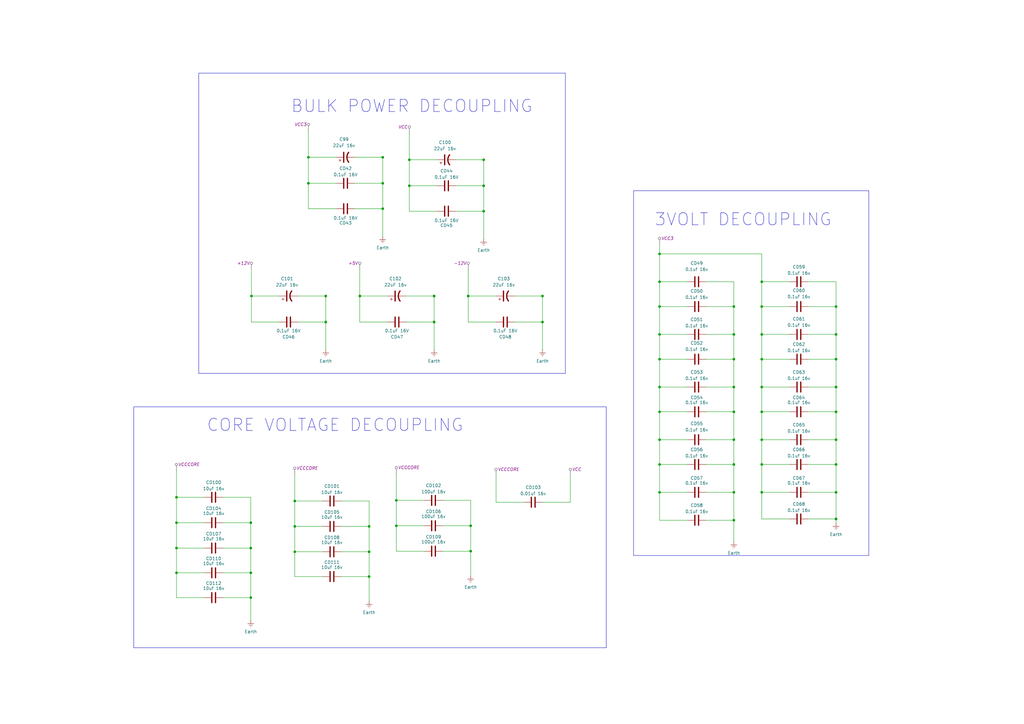
<source format=kicad_sch>
(kicad_sch
	(version 20241004)
	(generator "eeschema")
	(generator_version "8.99")
	(uuid "c21d09c4-6e55-413b-846c-46e45027be87")
	(paper "A3")
	(title_block
		(date "Thursday, April 09, 1998")
		(rev "1.0")
	)
	(lib_symbols
		(symbol "Device:C"
			(pin_numbers
				(hide yes)
			)
			(pin_names
				(offset 0.254)
			)
			(exclude_from_sim no)
			(in_bom yes)
			(on_board yes)
			(property "Reference" "C"
				(at 0.635 2.54 0)
				(effects
					(font
						(size 1.27 1.27)
					)
					(justify left)
				)
			)
			(property "Value" "C"
				(at 0.635 -2.54 0)
				(effects
					(font
						(size 1.27 1.27)
					)
					(justify left)
				)
			)
			(property "Footprint" ""
				(at 0.9652 -3.81 0)
				(effects
					(font
						(size 1.27 1.27)
					)
					(hide yes)
				)
			)
			(property "Datasheet" "~"
				(at 0 0 0)
				(effects
					(font
						(size 1.27 1.27)
					)
					(hide yes)
				)
			)
			(property "Description" "Unpolarized capacitor"
				(at 0 0 0)
				(effects
					(font
						(size 1.27 1.27)
					)
					(hide yes)
				)
			)
			(property "ki_keywords" "cap capacitor"
				(at 0 0 0)
				(effects
					(font
						(size 1.27 1.27)
					)
					(hide yes)
				)
			)
			(property "ki_fp_filters" "C_*"
				(at 0 0 0)
				(effects
					(font
						(size 1.27 1.27)
					)
					(hide yes)
				)
			)
			(symbol "C_0_1"
				(polyline
					(pts
						(xy -2.032 0.762) (xy 2.032 0.762)
					)
					(stroke
						(width 0.508)
						(type default)
					)
					(fill
						(type none)
					)
				)
				(polyline
					(pts
						(xy -2.032 -0.762) (xy 2.032 -0.762)
					)
					(stroke
						(width 0.508)
						(type default)
					)
					(fill
						(type none)
					)
				)
			)
			(symbol "C_1_1"
				(pin passive line
					(at 0 3.81 270)
					(length 2.794)
					(name "~"
						(effects
							(font
								(size 1.27 1.27)
							)
						)
					)
					(number "1"
						(effects
							(font
								(size 1.27 1.27)
							)
						)
					)
				)
				(pin passive line
					(at 0 -3.81 90)
					(length 2.794)
					(name "~"
						(effects
							(font
								(size 1.27 1.27)
							)
						)
					)
					(number "2"
						(effects
							(font
								(size 1.27 1.27)
							)
						)
					)
				)
			)
			(embedded_fonts no)
		)
		(symbol "Device:C_Polarized_US"
			(pin_numbers
				(hide yes)
			)
			(pin_names
				(offset 0.254)
				(hide yes)
			)
			(exclude_from_sim no)
			(in_bom yes)
			(on_board yes)
			(property "Reference" "C"
				(at 0.635 2.54 0)
				(effects
					(font
						(size 1.27 1.27)
					)
					(justify left)
				)
			)
			(property "Value" "C_Polarized_US"
				(at 0.635 -2.54 0)
				(effects
					(font
						(size 1.27 1.27)
					)
					(justify left)
				)
			)
			(property "Footprint" ""
				(at 0 0 0)
				(effects
					(font
						(size 1.27 1.27)
					)
					(hide yes)
				)
			)
			(property "Datasheet" "~"
				(at 0 0 0)
				(effects
					(font
						(size 1.27 1.27)
					)
					(hide yes)
				)
			)
			(property "Description" "Polarized capacitor, US symbol"
				(at 0 0 0)
				(effects
					(font
						(size 1.27 1.27)
					)
					(hide yes)
				)
			)
			(property "ki_keywords" "cap capacitor"
				(at 0 0 0)
				(effects
					(font
						(size 1.27 1.27)
					)
					(hide yes)
				)
			)
			(property "ki_fp_filters" "CP_*"
				(at 0 0 0)
				(effects
					(font
						(size 1.27 1.27)
					)
					(hide yes)
				)
			)
			(symbol "C_Polarized_US_0_1"
				(polyline
					(pts
						(xy -2.032 0.762) (xy 2.032 0.762)
					)
					(stroke
						(width 0.508)
						(type default)
					)
					(fill
						(type none)
					)
				)
				(polyline
					(pts
						(xy -1.778 2.286) (xy -0.762 2.286)
					)
					(stroke
						(width 0)
						(type default)
					)
					(fill
						(type none)
					)
				)
				(polyline
					(pts
						(xy -1.27 1.778) (xy -1.27 2.794)
					)
					(stroke
						(width 0)
						(type default)
					)
					(fill
						(type none)
					)
				)
				(arc
					(start -2.032 -1.27)
					(mid 0 -0.5572)
					(end 2.032 -1.27)
					(stroke
						(width 0.508)
						(type default)
					)
					(fill
						(type none)
					)
				)
			)
			(symbol "C_Polarized_US_1_1"
				(pin passive line
					(at 0 3.81 270)
					(length 2.794)
					(name "~"
						(effects
							(font
								(size 1.27 1.27)
							)
						)
					)
					(number "1"
						(effects
							(font
								(size 1.27 1.27)
							)
						)
					)
				)
				(pin passive line
					(at 0 -3.81 90)
					(length 3.302)
					(name "~"
						(effects
							(font
								(size 1.27 1.27)
							)
						)
					)
					(number "2"
						(effects
							(font
								(size 1.27 1.27)
							)
						)
					)
				)
			)
			(embedded_fonts no)
		)
		(symbol "power:Earth"
			(power)
			(pin_numbers
				(hide yes)
			)
			(pin_names
				(offset 0)
				(hide yes)
			)
			(exclude_from_sim no)
			(in_bom yes)
			(on_board yes)
			(property "Reference" "#PWR"
				(at 0 -6.35 0)
				(effects
					(font
						(size 1.27 1.27)
					)
					(hide yes)
				)
			)
			(property "Value" "Earth"
				(at 0 -3.81 0)
				(effects
					(font
						(size 1.27 1.27)
					)
				)
			)
			(property "Footprint" ""
				(at 0 0 0)
				(effects
					(font
						(size 1.27 1.27)
					)
					(hide yes)
				)
			)
			(property "Datasheet" "~"
				(at 0 0 0)
				(effects
					(font
						(size 1.27 1.27)
					)
					(hide yes)
				)
			)
			(property "Description" "Power symbol creates a global label with name \"Earth\""
				(at 0 0 0)
				(effects
					(font
						(size 1.27 1.27)
					)
					(hide yes)
				)
			)
			(property "ki_keywords" "global ground gnd"
				(at 0 0 0)
				(effects
					(font
						(size 1.27 1.27)
					)
					(hide yes)
				)
			)
			(symbol "Earth_0_1"
				(polyline
					(pts
						(xy -0.635 -1.905) (xy 0.635 -1.905)
					)
					(stroke
						(width 0)
						(type default)
					)
					(fill
						(type none)
					)
				)
				(polyline
					(pts
						(xy -0.127 -2.54) (xy 0.127 -2.54)
					)
					(stroke
						(width 0)
						(type default)
					)
					(fill
						(type none)
					)
				)
				(polyline
					(pts
						(xy 0 -1.27) (xy 0 0)
					)
					(stroke
						(width 0)
						(type default)
					)
					(fill
						(type none)
					)
				)
				(polyline
					(pts
						(xy 1.27 -1.27) (xy -1.27 -1.27)
					)
					(stroke
						(width 0)
						(type default)
					)
					(fill
						(type none)
					)
				)
			)
			(symbol "Earth_1_1"
				(pin power_in line
					(at 0 0 270)
					(length 0)
					(name "~"
						(effects
							(font
								(size 1.27 1.27)
							)
						)
					)
					(number "1"
						(effects
							(font
								(size 1.27 1.27)
							)
						)
					)
				)
			)
			(embedded_fonts no)
		)
	)
	(rectangle
		(start 259.842 78.232)
		(end 356.362 227.838)
		(stroke
			(width 0)
			(type default)
		)
		(fill
			(type none)
		)
		(uuid 37c66b7b-9f04-4449-8929-dce806e01a46)
	)
	(rectangle
		(start 81.534 29.972)
		(end 231.902 153.162)
		(stroke
			(width 0)
			(type default)
		)
		(fill
			(type none)
		)
		(uuid 645c0c84-362c-4e75-8c85-be366b59a96b)
	)
	(rectangle
		(start 54.864 166.878)
		(end 248.666 265.684)
		(stroke
			(width 0)
			(type default)
		)
		(fill
			(type none)
		)
		(uuid fd1e2e91-f21e-4344-a2f0-1f7c328b2a03)
	)
	(text "CORE VOLTAGE DECOUPLING"
		(exclude_from_sim no)
		(at 137.414 174.498 0)
		(effects
			(font
				(size 5 5)
			)
		)
		(uuid "505e1f37-8979-4169-90d9-8c4646fe4287")
	)
	(text "3VOLT DECOUPLING"
		(exclude_from_sim no)
		(at 304.8 90.17 0)
		(effects
			(font
				(size 5 5)
			)
		)
		(uuid "b62aaf6e-3951-4bca-81a7-b73bc9ec14b3")
	)
	(text "BULK POWER DECOUPLING\n"
		(exclude_from_sim no)
		(at 168.91 43.688 0)
		(effects
			(font
				(size 5 5)
			)
		)
		(uuid "be2d5cf7-3011-4b0a-8d56-586b19948e2d")
	)
	(junction
		(at 156.972 85.598)
		(diameter 0)
		(color 0 0 0 0)
		(uuid "02b7f20e-f38f-4c54-82f3-a657c8945dfc")
	)
	(junction
		(at 193.04 226.06)
		(diameter 0)
		(color 0 0 0 0)
		(uuid "04134974-4123-447e-b037-fb38f50ead88")
	)
	(junction
		(at 162.56 215.646)
		(diameter 0)
		(color 0 0 0 0)
		(uuid "064ce0b2-b83d-4a42-9e7b-db5b77f9f77d")
	)
	(junction
		(at 102.87 245.11)
		(diameter 0)
		(color 0 0 0 0)
		(uuid "073d04ec-957c-4dbf-8a87-0518bac78f8d")
	)
	(junction
		(at 342.9 180.34)
		(diameter 0)
		(color 0 0 0 0)
		(uuid "146ca193-ebda-4f7a-baed-60778df3da26")
	)
	(junction
		(at 312.42 158.75)
		(diameter 0)
		(color 0 0 0 0)
		(uuid "16005187-feb1-4161-a1c5-2048f7accc83")
	)
	(junction
		(at 156.972 64.516)
		(diameter 0)
		(color 0 0 0 0)
		(uuid "16dca3ab-89db-4686-bdc7-d5cd44ec19a6")
	)
	(junction
		(at 300.99 180.34)
		(diameter 0)
		(color 0 0 0 0)
		(uuid "1b3ca535-8c68-4578-bb19-602474ef7354")
	)
	(junction
		(at 270.51 190.5)
		(diameter 0)
		(color 0 0 0 0)
		(uuid "1c8594ff-f7ea-48e9-b87e-c162e7f4aee4")
	)
	(junction
		(at 126.492 64.516)
		(diameter 0)
		(color 0 0 0 0)
		(uuid "20ea65c3-d9dc-4d82-9005-e6c502399a57")
	)
	(junction
		(at 342.9 201.93)
		(diameter 0)
		(color 0 0 0 0)
		(uuid "28ae6dd3-6afe-453c-8d31-9af7454955b3")
	)
	(junction
		(at 342.9 125.73)
		(diameter 0)
		(color 0 0 0 0)
		(uuid "295360f3-cf96-49a7-9ff5-3f40da296544")
	)
	(junction
		(at 300.99 201.93)
		(diameter 0)
		(color 0 0 0 0)
		(uuid "2aa8ae2f-4263-4636-830a-edc3c3a1262c")
	)
	(junction
		(at 192.024 121.412)
		(diameter 0)
		(color 0 0 0 0)
		(uuid "2ed3f439-a6bc-440c-aa34-f130a25218a8")
	)
	(junction
		(at 342.9 168.91)
		(diameter 0)
		(color 0 0 0 0)
		(uuid "309360c9-f246-4d0d-98d4-c3688a76dd2a")
	)
	(junction
		(at 300.99 147.32)
		(diameter 0)
		(color 0 0 0 0)
		(uuid "37576550-3d1a-4277-81fc-012e4542f278")
	)
	(junction
		(at 300.99 168.91)
		(diameter 0)
		(color 0 0 0 0)
		(uuid "37c81b96-5ce2-4473-ba43-779aa49b7083")
	)
	(junction
		(at 167.894 76.2)
		(diameter 0)
		(color 0 0 0 0)
		(uuid "38780080-04c9-4ea6-b83b-14048157eb47")
	)
	(junction
		(at 312.42 147.32)
		(diameter 0)
		(color 0 0 0 0)
		(uuid "46706963-eb11-46e2-9fea-b50e2962d82c")
	)
	(junction
		(at 133.604 121.412)
		(diameter 0)
		(color 0 0 0 0)
		(uuid "48f9856c-be0f-4e7a-91a6-a278f63ff1c2")
	)
	(junction
		(at 222.504 132.08)
		(diameter 0)
		(color 0 0 0 0)
		(uuid "4a7cfac2-ef43-45b4-8a71-5ae2718645fc")
	)
	(junction
		(at 342.9 158.75)
		(diameter 0)
		(color 0 0 0 0)
		(uuid "4fa7d805-d35a-422e-839e-064da49f0e8d")
	)
	(junction
		(at 167.894 65.532)
		(diameter 0)
		(color 0 0 0 0)
		(uuid "506bc931-4ae3-4faf-b931-dccd24d86d55")
	)
	(junction
		(at 72.39 203.962)
		(diameter 0)
		(color 0 0 0 0)
		(uuid "5985b91b-ca81-4f8b-94db-82f5225e2ce4")
	)
	(junction
		(at 120.904 215.9)
		(diameter 0)
		(color 0 0 0 0)
		(uuid "5fba6b99-b9ff-46fe-9bf9-0fe87eb1f134")
	)
	(junction
		(at 162.56 205.232)
		(diameter 0)
		(color 0 0 0 0)
		(uuid "60caeb48-fd84-4c49-a772-5624616e1c97")
	)
	(junction
		(at 151.384 236.474)
		(diameter 0)
		(color 0 0 0 0)
		(uuid "612d3981-2462-4f61-8584-fb287f8f43da")
	)
	(junction
		(at 270.51 158.75)
		(diameter 0)
		(color 0 0 0 0)
		(uuid "68f138e9-ab24-4a2d-88a9-9caf07ba5661")
	)
	(junction
		(at 300.99 125.73)
		(diameter 0)
		(color 0 0 0 0)
		(uuid "6d02a771-c8d8-4f4a-bff0-d9b55fdce4a0")
	)
	(junction
		(at 270.51 104.14)
		(diameter 0)
		(color 0 0 0 0)
		(uuid "6d86b215-e8a1-47a6-9edd-273b8d1ca734")
	)
	(junction
		(at 312.42 115.57)
		(diameter 0)
		(color 0 0 0 0)
		(uuid "6f758e76-ff05-49b2-9b0d-ac17075c9e37")
	)
	(junction
		(at 342.9 212.852)
		(diameter 0)
		(color 0 0 0 0)
		(uuid "6f8ca92a-b41c-4ba7-b1a9-75aaf31740fc")
	)
	(junction
		(at 300.99 190.5)
		(diameter 0)
		(color 0 0 0 0)
		(uuid "72ff7ca3-a434-4992-9b40-e276df69b005")
	)
	(junction
		(at 312.42 180.34)
		(diameter 0)
		(color 0 0 0 0)
		(uuid "73099272-1c1a-49bd-b7cc-7d0fc7bfdcaf")
	)
	(junction
		(at 198.374 86.614)
		(diameter 0)
		(color 0 0 0 0)
		(uuid "79ccded9-9a3d-46b0-80b8-45cc36e3e03e")
	)
	(junction
		(at 312.42 190.5)
		(diameter 0)
		(color 0 0 0 0)
		(uuid "7fb58927-0203-4404-aba9-6d18de31aa2f")
	)
	(junction
		(at 102.87 214.376)
		(diameter 0)
		(color 0 0 0 0)
		(uuid "8370d17f-bda6-4a39-bdc3-14ab3eb02bb5")
	)
	(junction
		(at 178.054 132.08)
		(diameter 0)
		(color 0 0 0 0)
		(uuid "879450d6-5c91-47d1-8834-740625e63f63")
	)
	(junction
		(at 178.054 121.412)
		(diameter 0)
		(color 0 0 0 0)
		(uuid "8b2cb75e-12aa-49bc-914c-a7f8bc732a33")
	)
	(junction
		(at 270.51 137.16)
		(diameter 0)
		(color 0 0 0 0)
		(uuid "8d40f5f9-0953-4671-8a06-d6a0a0573a96")
	)
	(junction
		(at 120.904 226.314)
		(diameter 0)
		(color 0 0 0 0)
		(uuid "8ecf8fa1-4437-466d-922e-78fc013852a3")
	)
	(junction
		(at 126.492 75.184)
		(diameter 0)
		(color 0 0 0 0)
		(uuid "93a77a8f-622e-465f-8336-f16dce32121e")
	)
	(junction
		(at 72.39 224.79)
		(diameter 0)
		(color 0 0 0 0)
		(uuid "93fcc1f1-5d34-4b6d-81fd-c9200fa6bf63")
	)
	(junction
		(at 156.972 75.184)
		(diameter 0)
		(color 0 0 0 0)
		(uuid "94098648-04cd-4717-ab4f-b8b6265161d4")
	)
	(junction
		(at 198.374 65.532)
		(diameter 0)
		(color 0 0 0 0)
		(uuid "988bc90f-e89d-4f93-8e55-ac444cb9e118")
	)
	(junction
		(at 103.124 121.412)
		(diameter 0)
		(color 0 0 0 0)
		(uuid "9dd9411a-01f5-45d5-a797-0a2085bb9032")
	)
	(junction
		(at 72.39 234.95)
		(diameter 0)
		(color 0 0 0 0)
		(uuid "a4ace61e-e5e9-483d-b36c-1861824d0aaa")
	)
	(junction
		(at 102.87 234.95)
		(diameter 0)
		(color 0 0 0 0)
		(uuid "aad73078-3f01-4bd8-9f85-e07d977d1e13")
	)
	(junction
		(at 342.9 147.32)
		(diameter 0)
		(color 0 0 0 0)
		(uuid "ace0e68e-7730-4396-b6af-388132ded928")
	)
	(junction
		(at 120.904 205.486)
		(diameter 0)
		(color 0 0 0 0)
		(uuid "addf1829-138a-4232-93a2-b63d884dd76b")
	)
	(junction
		(at 270.51 125.73)
		(diameter 0)
		(color 0 0 0 0)
		(uuid "b0922b31-e493-4bc0-882a-8b749e803fbf")
	)
	(junction
		(at 270.51 180.34)
		(diameter 0)
		(color 0 0 0 0)
		(uuid "b2c3805b-148f-4397-a7d8-f656e342d249")
	)
	(junction
		(at 147.574 121.412)
		(diameter 0)
		(color 0 0 0 0)
		(uuid "b41592ff-556c-4e33-987b-e474d72177c0")
	)
	(junction
		(at 342.9 190.5)
		(diameter 0)
		(color 0 0 0 0)
		(uuid "b6e29fff-e14a-45da-bf23-57a1e81d8ac2")
	)
	(junction
		(at 270.51 168.91)
		(diameter 0)
		(color 0 0 0 0)
		(uuid "bd2d8cb4-b6a3-4414-bdda-86414a808c58")
	)
	(junction
		(at 300.99 158.75)
		(diameter 0)
		(color 0 0 0 0)
		(uuid "bee3c8cf-faee-42e1-98d1-26623a86294f")
	)
	(junction
		(at 312.42 168.91)
		(diameter 0)
		(color 0 0 0 0)
		(uuid "c2813100-5f18-4cff-b1c4-0173f0d1d2b1")
	)
	(junction
		(at 300.99 213.36)
		(diameter 0)
		(color 0 0 0 0)
		(uuid "c38acfc7-6c54-4f95-a017-81e83d8f22b0")
	)
	(junction
		(at 312.42 137.16)
		(diameter 0)
		(color 0 0 0 0)
		(uuid "caedf813-ea87-4a65-b8dd-521ba535ba38")
	)
	(junction
		(at 193.04 215.646)
		(diameter 0)
		(color 0 0 0 0)
		(uuid "cbd992aa-71d4-48a6-990f-18e0599f4eff")
	)
	(junction
		(at 270.51 115.57)
		(diameter 0)
		(color 0 0 0 0)
		(uuid "d08a7273-8905-46c9-bddf-bd8a8645059f")
	)
	(junction
		(at 270.51 201.93)
		(diameter 0)
		(color 0 0 0 0)
		(uuid "d4647376-3d1b-422e-a5fb-0e9b8d4c0f86")
	)
	(junction
		(at 300.99 137.16)
		(diameter 0)
		(color 0 0 0 0)
		(uuid "d599fcf5-a9d6-44b1-bac9-5d5a96618a38")
	)
	(junction
		(at 198.374 76.2)
		(diameter 0)
		(color 0 0 0 0)
		(uuid "d80afad0-7f48-4333-957e-58c440bdc193")
	)
	(junction
		(at 312.42 201.93)
		(diameter 0)
		(color 0 0 0 0)
		(uuid "e11524cf-6760-4007-a1e7-eee5cb2f9ef4")
	)
	(junction
		(at 270.51 147.32)
		(diameter 0)
		(color 0 0 0 0)
		(uuid "e3457f95-058e-4962-b4d2-da2e3bbd0f7f")
	)
	(junction
		(at 342.9 137.16)
		(diameter 0)
		(color 0 0 0 0)
		(uuid "e39167c6-8337-4cc6-a72d-833a5b71dc87")
	)
	(junction
		(at 151.384 226.314)
		(diameter 0)
		(color 0 0 0 0)
		(uuid "e4abafa1-1203-433d-9dfd-4b8848738023")
	)
	(junction
		(at 222.504 121.412)
		(diameter 0)
		(color 0 0 0 0)
		(uuid "e720bb87-583c-4a4d-8c37-1e1e2b9d3e26")
	)
	(junction
		(at 133.604 132.08)
		(diameter 0)
		(color 0 0 0 0)
		(uuid "ef364c6e-8315-4080-b17a-68e13bf2276c")
	)
	(junction
		(at 72.39 214.376)
		(diameter 0)
		(color 0 0 0 0)
		(uuid "ef7e1945-b32d-4920-884d-a1bc17ec2aca")
	)
	(junction
		(at 102.87 224.79)
		(diameter 0)
		(color 0 0 0 0)
		(uuid "f0427e14-d108-42ad-9838-36eb1dd4d383")
	)
	(junction
		(at 312.42 125.73)
		(diameter 0)
		(color 0 0 0 0)
		(uuid "f59810d0-90ad-4ee9-8424-440e46d8850f")
	)
	(junction
		(at 151.384 215.9)
		(diameter 0)
		(color 0 0 0 0)
		(uuid "f772b7fb-6cf6-4433-8d46-8e1885f20637")
	)
	(wire
		(pts
			(xy 312.42 158.75) (xy 312.42 168.91)
		)
		(stroke
			(width 0)
			(type default)
		)
		(uuid "04a34d5b-2fa7-4499-a183-a01eabbeb89a")
	)
	(wire
		(pts
			(xy 167.894 65.532) (xy 167.894 76.2)
		)
		(stroke
			(width 0)
			(type default)
		)
		(uuid "05b451bd-1841-423e-b636-15c56a04087e")
	)
	(wire
		(pts
			(xy 270.51 137.16) (xy 270.51 147.32)
		)
		(stroke
			(width 0)
			(type default)
		)
		(uuid "0955256b-7a29-48af-9746-99d988eb6b25")
	)
	(wire
		(pts
			(xy 193.04 226.06) (xy 193.04 236.22)
		)
		(stroke
			(width 0)
			(type default)
		)
		(uuid "0adb0de5-3182-480d-919c-c89f2650db6b")
	)
	(wire
		(pts
			(xy 222.504 205.994) (xy 233.934 205.994)
		)
		(stroke
			(width 0)
			(type default)
		)
		(uuid "0b0a97db-5cbf-458d-bc3d-964d94e09f4e")
	)
	(wire
		(pts
			(xy 193.04 215.646) (xy 193.04 226.06)
		)
		(stroke
			(width 0)
			(type default)
		)
		(uuid "0b87c639-8200-4d6a-9522-d2c50230ac51")
	)
	(wire
		(pts
			(xy 323.85 201.93) (xy 312.42 201.93)
		)
		(stroke
			(width 0)
			(type default)
		)
		(uuid "0e4fc03e-cc7d-470b-90c5-ac04c5cb14b4")
	)
	(wire
		(pts
			(xy 281.94 201.93) (xy 270.51 201.93)
		)
		(stroke
			(width 0)
			(type default)
		)
		(uuid "0e974102-eb6f-4b5f-9477-54393c4aab06")
	)
	(wire
		(pts
			(xy 83.82 224.79) (xy 72.39 224.79)
		)
		(stroke
			(width 0)
			(type default)
		)
		(uuid "118539b5-b0b5-4ba3-9a28-2e5f8712e160")
	)
	(wire
		(pts
			(xy 281.94 158.75) (xy 270.51 158.75)
		)
		(stroke
			(width 0)
			(type default)
		)
		(uuid "13355e9d-450c-471b-960a-e3a2b2b0fb4f")
	)
	(wire
		(pts
			(xy 270.51 158.75) (xy 270.51 168.91)
		)
		(stroke
			(width 0)
			(type default)
		)
		(uuid "148d7f18-9fec-400e-b111-9ce1068b98de")
	)
	(wire
		(pts
			(xy 312.42 190.5) (xy 312.42 201.93)
		)
		(stroke
			(width 0)
			(type default)
		)
		(uuid "16318846-8f1a-4b11-a15f-0d445e482e1b")
	)
	(wire
		(pts
			(xy 331.47 180.34) (xy 342.9 180.34)
		)
		(stroke
			(width 0)
			(type default)
		)
		(uuid "175bac18-22e5-4b54-ba9b-ebfea2d3c9bd")
	)
	(wire
		(pts
			(xy 289.56 213.36) (xy 300.99 213.36)
		)
		(stroke
			(width 0)
			(type default)
		)
		(uuid "17cc977a-beed-48b8-9bf8-07aa380c5f65")
	)
	(wire
		(pts
			(xy 300.99 158.75) (xy 300.99 168.91)
		)
		(stroke
			(width 0)
			(type default)
		)
		(uuid "17d1946e-5868-4f4f-9188-fdf071235f47")
	)
	(wire
		(pts
			(xy 270.51 125.73) (xy 270.51 137.16)
		)
		(stroke
			(width 0)
			(type default)
		)
		(uuid "18c0ef17-e079-43a7-8011-81dac056605c")
	)
	(wire
		(pts
			(xy 133.604 121.412) (xy 133.604 132.08)
		)
		(stroke
			(width 0)
			(type default)
		)
		(uuid "1aa6f629-4a65-425b-995e-c332a4241c99")
	)
	(wire
		(pts
			(xy 289.56 158.75) (xy 300.99 158.75)
		)
		(stroke
			(width 0)
			(type default)
		)
		(uuid "1dba1eab-d5b6-44ac-8169-d7ae32c83394")
	)
	(wire
		(pts
			(xy 331.47 137.16) (xy 342.9 137.16)
		)
		(stroke
			(width 0)
			(type default)
		)
		(uuid "2000f099-8188-4140-96f3-e06f72e4985c")
	)
	(wire
		(pts
			(xy 300.99 213.36) (xy 300.99 222.25)
		)
		(stroke
			(width 0)
			(type default)
		)
		(uuid "20394e13-41eb-4214-8467-1c51ef009950")
	)
	(wire
		(pts
			(xy 120.904 205.486) (xy 120.904 215.9)
		)
		(stroke
			(width 0)
			(type default)
		)
		(uuid "237f2a47-d2fa-421c-b361-0420030224be")
	)
	(wire
		(pts
			(xy 331.47 212.852) (xy 342.9 212.852)
		)
		(stroke
			(width 0)
			(type default)
		)
		(uuid "28d6569e-f641-4abe-8c4d-808293d50ad8")
	)
	(wire
		(pts
			(xy 270.51 201.93) (xy 270.51 213.36)
		)
		(stroke
			(width 0)
			(type default)
		)
		(uuid "28ebd115-f294-4584-8827-23142da3efa9")
	)
	(wire
		(pts
			(xy 270.51 180.34) (xy 270.51 190.5)
		)
		(stroke
			(width 0)
			(type default)
		)
		(uuid "2a43c0fe-d3aa-4b70-8dc5-5ee51542549c")
	)
	(wire
		(pts
			(xy 342.9 180.34) (xy 342.9 190.5)
		)
		(stroke
			(width 0)
			(type default)
		)
		(uuid "2c66a06f-fa22-49c5-9080-3d6c0287e121")
	)
	(wire
		(pts
			(xy 203.454 132.08) (xy 192.024 132.08)
		)
		(stroke
			(width 0)
			(type default)
		)
		(uuid "2eb790a2-6454-408a-a931-226924da2b05")
	)
	(wire
		(pts
			(xy 289.56 168.91) (xy 300.99 168.91)
		)
		(stroke
			(width 0)
			(type default)
		)
		(uuid "301b25c4-fc34-43c7-89a4-48c43d09138b")
	)
	(wire
		(pts
			(xy 323.85 180.34) (xy 312.42 180.34)
		)
		(stroke
			(width 0)
			(type default)
		)
		(uuid "311c5f95-52ec-4fa4-806d-d09849e7669e")
	)
	(wire
		(pts
			(xy 281.94 190.5) (xy 270.51 190.5)
		)
		(stroke
			(width 0)
			(type default)
		)
		(uuid "31c3d6db-4325-407f-86e1-f3199a474464")
	)
	(wire
		(pts
			(xy 132.334 215.9) (xy 120.904 215.9)
		)
		(stroke
			(width 0)
			(type default)
		)
		(uuid "333addfb-f6ab-4dd0-b55e-69856e9ce696")
	)
	(wire
		(pts
			(xy 179.324 65.532) (xy 167.894 65.532)
		)
		(stroke
			(width 0)
			(type default)
		)
		(uuid "33436a3f-b25e-41c1-8539-1affaccc705d")
	)
	(wire
		(pts
			(xy 281.94 137.16) (xy 270.51 137.16)
		)
		(stroke
			(width 0)
			(type default)
		)
		(uuid "33a8007b-79dc-4f39-bc11-0e11701b7f2c")
	)
	(wire
		(pts
			(xy 133.604 121.158) (xy 133.604 121.412)
		)
		(stroke
			(width 0)
			(type default)
		)
		(uuid "33ef1884-c084-41b7-af2f-9ed021071624")
	)
	(wire
		(pts
			(xy 342.9 115.57) (xy 342.9 125.73)
		)
		(stroke
			(width 0)
			(type default)
		)
		(uuid "3467cf04-c2c4-4ce1-9737-e099a791894f")
	)
	(wire
		(pts
			(xy 198.374 86.614) (xy 198.374 98.044)
		)
		(stroke
			(width 0)
			(type default)
		)
		(uuid "37ee8d0a-7d82-475e-b0b1-6a4c9e30592a")
	)
	(wire
		(pts
			(xy 102.87 234.95) (xy 102.87 245.11)
		)
		(stroke
			(width 0)
			(type default)
		)
		(uuid "38d96353-2598-45f7-a247-f6f1b15ec548")
	)
	(wire
		(pts
			(xy 126.492 53.594) (xy 126.492 64.516)
		)
		(stroke
			(width 0)
			(type default)
		)
		(uuid "3b3829c5-16af-4a45-a464-4c69b0406b72")
	)
	(wire
		(pts
			(xy 289.56 115.57) (xy 300.99 115.57)
		)
		(stroke
			(width 0)
			(type default)
		)
		(uuid "3ce92ab3-8940-4d16-aad4-d9635608fe3a")
	)
	(wire
		(pts
			(xy 166.624 132.08) (xy 178.054 132.08)
		)
		(stroke
			(width 0)
			(type default)
		)
		(uuid "402a3db2-af48-4461-aebb-691af299d4ab")
	)
	(wire
		(pts
			(xy 270.51 104.14) (xy 270.51 115.57)
		)
		(stroke
			(width 0)
			(type default)
		)
		(uuid "4208b111-09ff-44fe-aee5-bcd66bfaa0be")
	)
	(wire
		(pts
			(xy 179.324 86.614) (xy 167.894 86.614)
		)
		(stroke
			(width 0)
			(type default)
		)
		(uuid "42833b3b-eeb6-4836-a877-0ea6843d6614")
	)
	(wire
		(pts
			(xy 331.47 168.91) (xy 342.9 168.91)
		)
		(stroke
			(width 0)
			(type default)
		)
		(uuid "44464579-ee5c-4b75-8971-f120419771ef")
	)
	(wire
		(pts
			(xy 167.894 54.61) (xy 167.894 65.532)
		)
		(stroke
			(width 0)
			(type default)
		)
		(uuid "460e9789-38b9-4a61-ae5c-e7258920f324")
	)
	(wire
		(pts
			(xy 342.9 147.32) (xy 342.9 158.75)
		)
		(stroke
			(width 0)
			(type default)
		)
		(uuid "4a8381ac-ef04-45c8-a208-2c8a3e9d3351")
	)
	(wire
		(pts
			(xy 102.87 245.11) (xy 102.87 254.508)
		)
		(stroke
			(width 0)
			(type default)
		)
		(uuid "4ad69fdc-24ae-4a69-9463-f39786e67132")
	)
	(wire
		(pts
			(xy 198.374 65.532) (xy 198.374 76.2)
		)
		(stroke
			(width 0)
			(type default)
		)
		(uuid "4b17595c-7180-492f-8a09-0188467a7966")
	)
	(wire
		(pts
			(xy 289.56 180.34) (xy 300.99 180.34)
		)
		(stroke
			(width 0)
			(type default)
		)
		(uuid "4c22758c-e174-4a7e-9235-c9fc4f64d572")
	)
	(wire
		(pts
			(xy 312.42 147.32) (xy 312.42 158.75)
		)
		(stroke
			(width 0)
			(type default)
		)
		(uuid "4d89281c-1de3-48c2-b690-6d457dd69472")
	)
	(wire
		(pts
			(xy 186.944 65.532) (xy 198.374 65.532)
		)
		(stroke
			(width 0)
			(type default)
		)
		(uuid "4e7fd6af-1ba2-483c-a2f4-3101b88153ff")
	)
	(wire
		(pts
			(xy 270.51 100.33) (xy 270.51 104.14)
		)
		(stroke
			(width 0)
			(type default)
		)
		(uuid "4ee32d29-76e7-4a8c-b245-652ef0c0ee89")
	)
	(wire
		(pts
			(xy 159.004 121.412) (xy 147.574 121.412)
		)
		(stroke
			(width 0)
			(type default)
		)
		(uuid "506793bd-5149-406b-892d-1fd8d6ca3a0f")
	)
	(wire
		(pts
			(xy 281.94 147.32) (xy 270.51 147.32)
		)
		(stroke
			(width 0)
			(type default)
		)
		(uuid "50e7da19-12d6-48d2-a9b7-84558e322a10")
	)
	(wire
		(pts
			(xy 139.954 226.314) (xy 151.384 226.314)
		)
		(stroke
			(width 0)
			(type default)
		)
		(uuid "5355933a-bd3a-4422-a6cf-b3fdeedf13ed")
	)
	(wire
		(pts
			(xy 323.85 115.57) (xy 312.42 115.57)
		)
		(stroke
			(width 0)
			(type default)
		)
		(uuid "537e8520-87a7-4b33-9a1e-726b32e379aa")
	)
	(wire
		(pts
			(xy 289.56 137.16) (xy 300.99 137.16)
		)
		(stroke
			(width 0)
			(type default)
		)
		(uuid "539abe07-21da-4c0b-9d32-ad3d33756d1c")
	)
	(wire
		(pts
			(xy 281.94 168.91) (xy 270.51 168.91)
		)
		(stroke
			(width 0)
			(type default)
		)
		(uuid "540abdf5-cb96-4c53-969b-c77dbb935c6b")
	)
	(wire
		(pts
			(xy 91.44 224.79) (xy 102.87 224.79)
		)
		(stroke
			(width 0)
			(type default)
		)
		(uuid "57b9ba69-75c9-4c10-b2ec-db9858f59860")
	)
	(wire
		(pts
			(xy 270.51 115.57) (xy 270.51 125.73)
		)
		(stroke
			(width 0)
			(type default)
		)
		(uuid "58723910-2060-423b-bd69-b8550fcab3f1")
	)
	(wire
		(pts
			(xy 192.024 110.49) (xy 192.024 121.412)
		)
		(stroke
			(width 0)
			(type default)
		)
		(uuid "59fa173c-4d20-44ac-9fd4-0f75374771a9")
	)
	(wire
		(pts
			(xy 281.94 213.36) (xy 270.51 213.36)
		)
		(stroke
			(width 0)
			(type default)
		)
		(uuid "5adb6d58-e541-47ea-9996-c4ed55f8a9df")
	)
	(wire
		(pts
			(xy 122.174 121.412) (xy 133.604 121.412)
		)
		(stroke
			(width 0)
			(type default)
		)
		(uuid "5b8e1d84-acf7-40e5-8782-0361f9690046")
	)
	(wire
		(pts
			(xy 72.39 203.962) (xy 72.39 214.376)
		)
		(stroke
			(width 0)
			(type default)
		)
		(uuid "5d80c3ed-a257-4947-9334-b2251373617f")
	)
	(wire
		(pts
			(xy 91.44 214.376) (xy 102.87 214.376)
		)
		(stroke
			(width 0)
			(type default)
		)
		(uuid "608214d9-f420-4085-a6c7-f0c490385799")
	)
	(wire
		(pts
			(xy 151.384 236.474) (xy 151.384 246.634)
		)
		(stroke
			(width 0)
			(type default)
		)
		(uuid "60f8c85e-3000-437f-8426-4dfc51116e2e")
	)
	(wire
		(pts
			(xy 222.504 132.08) (xy 222.504 143.51)
		)
		(stroke
			(width 0)
			(type default)
		)
		(uuid "6216d522-b15f-4968-9e5d-e0e4ab1e1be6")
	)
	(wire
		(pts
			(xy 72.39 234.95) (xy 72.39 245.11)
		)
		(stroke
			(width 0)
			(type default)
		)
		(uuid "6498acc2-ac59-467e-a484-84662d90c8c3")
	)
	(wire
		(pts
			(xy 83.82 214.376) (xy 72.39 214.376)
		)
		(stroke
			(width 0)
			(type default)
		)
		(uuid "65f65e06-c968-4082-910e-f57884283a31")
	)
	(wire
		(pts
			(xy 300.99 147.32) (xy 300.99 158.75)
		)
		(stroke
			(width 0)
			(type default)
		)
		(uuid "66ed99ae-1852-4341-a960-c0ffd4fd56d2")
	)
	(wire
		(pts
			(xy 222.504 121.158) (xy 222.504 121.412)
		)
		(stroke
			(width 0)
			(type default)
		)
		(uuid "67433da8-c717-4a07-b226-155b57f94f4e")
	)
	(wire
		(pts
			(xy 211.074 132.08) (xy 222.504 132.08)
		)
		(stroke
			(width 0)
			(type default)
		)
		(uuid "678c5df0-5fcc-49a7-8e74-2d63f85c3440")
	)
	(wire
		(pts
			(xy 312.42 125.73) (xy 312.42 137.16)
		)
		(stroke
			(width 0)
			(type default)
		)
		(uuid "6980340f-42fa-453c-a2cf-26b166c6dfab")
	)
	(wire
		(pts
			(xy 342.9 212.852) (xy 342.9 214.63)
		)
		(stroke
			(width 0)
			(type default)
		)
		(uuid "698fc1d9-6cc5-4ef1-9973-54942eae5003")
	)
	(wire
		(pts
			(xy 300.99 137.16) (xy 300.99 147.32)
		)
		(stroke
			(width 0)
			(type default)
		)
		(uuid "6b0a1cd9-0b22-499c-b10b-020943c11210")
	)
	(wire
		(pts
			(xy 323.85 137.16) (xy 312.42 137.16)
		)
		(stroke
			(width 0)
			(type default)
		)
		(uuid "6b9d29ba-66d5-43c5-bc38-577c788a0fd6")
	)
	(wire
		(pts
			(xy 114.554 132.08) (xy 103.124 132.08)
		)
		(stroke
			(width 0)
			(type default)
		)
		(uuid "6d64d56d-31d3-43a2-8552-6b2898ba56b4")
	)
	(wire
		(pts
			(xy 281.94 180.34) (xy 270.51 180.34)
		)
		(stroke
			(width 0)
			(type default)
		)
		(uuid "71da347a-3f30-404f-bc3a-1bbf5418eb44")
	)
	(wire
		(pts
			(xy 137.922 75.184) (xy 126.492 75.184)
		)
		(stroke
			(width 0)
			(type default)
		)
		(uuid "72ab88fb-0743-403f-8325-12f9bf23af0e")
	)
	(wire
		(pts
			(xy 300.99 168.91) (xy 300.99 180.34)
		)
		(stroke
			(width 0)
			(type default)
		)
		(uuid "73cbe2f3-5fea-422b-8d1f-fc6ef0573a77")
	)
	(wire
		(pts
			(xy 162.56 205.232) (xy 162.56 215.646)
		)
		(stroke
			(width 0)
			(type default)
		)
		(uuid "74487ee6-70bd-4b25-a114-1673c2d54ee4")
	)
	(wire
		(pts
			(xy 173.99 215.646) (xy 162.56 215.646)
		)
		(stroke
			(width 0)
			(type default)
		)
		(uuid "74d77fc2-414c-4d8d-bfdc-a3785c8df224")
	)
	(wire
		(pts
			(xy 147.574 110.49) (xy 147.574 121.412)
		)
		(stroke
			(width 0)
			(type default)
		)
		(uuid "75235668-61e8-4335-8051-982eb0d4ce9b")
	)
	(wire
		(pts
			(xy 312.42 180.34) (xy 312.42 190.5)
		)
		(stroke
			(width 0)
			(type default)
		)
		(uuid "7773150e-9df8-4d7a-9835-714dded44200")
	)
	(wire
		(pts
			(xy 102.87 203.962) (xy 102.87 214.376)
		)
		(stroke
			(width 0)
			(type default)
		)
		(uuid "79ce6b11-a544-4deb-b049-f7b504a1466a")
	)
	(wire
		(pts
			(xy 331.47 201.93) (xy 342.9 201.93)
		)
		(stroke
			(width 0)
			(type default)
		)
		(uuid "7a4d0e84-8625-4480-a844-66954c79f9bc")
	)
	(wire
		(pts
			(xy 281.94 125.73) (xy 270.51 125.73)
		)
		(stroke
			(width 0)
			(type default)
		)
		(uuid "7c3025fd-d4dc-4bea-ab1d-979cc43661b0")
	)
	(wire
		(pts
			(xy 145.542 75.184) (xy 156.972 75.184)
		)
		(stroke
			(width 0)
			(type default)
		)
		(uuid "7c921596-5087-4eab-b750-72f65a04404b")
	)
	(wire
		(pts
			(xy 323.85 168.91) (xy 312.42 168.91)
		)
		(stroke
			(width 0)
			(type default)
		)
		(uuid "7f7eeaae-f444-4937-9428-63c87505cb46")
	)
	(wire
		(pts
			(xy 181.61 226.06) (xy 193.04 226.06)
		)
		(stroke
			(width 0)
			(type default)
		)
		(uuid "80e9eb97-2186-4820-b400-5efbe550fb62")
	)
	(wire
		(pts
			(xy 178.054 121.412) (xy 178.054 132.08)
		)
		(stroke
			(width 0)
			(type default)
		)
		(uuid "81354b5e-3ca7-4f4e-ad95-3bcabf5ff2ff")
	)
	(wire
		(pts
			(xy 178.054 132.08) (xy 178.054 143.51)
		)
		(stroke
			(width 0)
			(type default)
		)
		(uuid "8217cb17-f949-4eaa-81d4-6cda191f1831")
	)
	(wire
		(pts
			(xy 159.004 132.08) (xy 147.574 132.08)
		)
		(stroke
			(width 0)
			(type default)
		)
		(uuid "8306ddf4-1b43-4cc8-ad1b-661d3e49a584")
	)
	(wire
		(pts
			(xy 331.47 190.5) (xy 342.9 190.5)
		)
		(stroke
			(width 0)
			(type default)
		)
		(uuid "866e42a3-664e-4f22-bd4b-9db46fd467e5")
	)
	(wire
		(pts
			(xy 289.56 201.93) (xy 300.99 201.93)
		)
		(stroke
			(width 0)
			(type default)
		)
		(uuid "8765ab0e-728f-4a63-a4af-e5d5a37fb4e0")
	)
	(wire
		(pts
			(xy 120.904 215.9) (xy 120.904 226.314)
		)
		(stroke
			(width 0)
			(type default)
		)
		(uuid "893e9d64-813f-435c-bdb4-0fa2b7b78a2b")
	)
	(wire
		(pts
			(xy 312.42 137.16) (xy 312.42 147.32)
		)
		(stroke
			(width 0)
			(type default)
		)
		(uuid "899797ff-8c10-4ac5-a134-7abfc34e77a5")
	)
	(wire
		(pts
			(xy 289.56 190.5) (xy 300.99 190.5)
		)
		(stroke
			(width 0)
			(type default)
		)
		(uuid "8accc16c-7224-4b9a-aae9-7dcf523eb733")
	)
	(wire
		(pts
			(xy 133.604 132.08) (xy 133.604 143.51)
		)
		(stroke
			(width 0)
			(type default)
		)
		(uuid "8af475a5-0547-4797-a5ff-8adbb14424e0")
	)
	(wire
		(pts
			(xy 132.334 226.314) (xy 120.904 226.314)
		)
		(stroke
			(width 0)
			(type default)
		)
		(uuid "91706603-31ce-49bf-aa38-5352f32c2386")
	)
	(wire
		(pts
			(xy 181.61 215.646) (xy 193.04 215.646)
		)
		(stroke
			(width 0)
			(type default)
		)
		(uuid "92974238-8ab9-4799-8b26-fe50b7671fec")
	)
	(wire
		(pts
			(xy 147.574 121.412) (xy 147.574 132.08)
		)
		(stroke
			(width 0)
			(type default)
		)
		(uuid "93d27e78-ca52-4f23-89ca-64e20577be69")
	)
	(wire
		(pts
			(xy 270.51 147.32) (xy 270.51 158.75)
		)
		(stroke
			(width 0)
			(type default)
		)
		(uuid "97605af7-af2d-45c0-8b32-731951b3f4ae")
	)
	(wire
		(pts
			(xy 312.42 104.14) (xy 312.42 115.57)
		)
		(stroke
			(width 0)
			(type default)
		)
		(uuid "97dc2c78-524e-4157-bc6b-ca9146e63141")
	)
	(wire
		(pts
			(xy 122.174 132.08) (xy 133.604 132.08)
		)
		(stroke
			(width 0)
			(type default)
		)
		(uuid "9853c522-bfef-4dfa-b055-2640007c2fbc")
	)
	(wire
		(pts
			(xy 179.324 76.2) (xy 167.894 76.2)
		)
		(stroke
			(width 0)
			(type default)
		)
		(uuid "9872cba1-31ed-4ede-92e3-8d6d96ec1f65")
	)
	(wire
		(pts
			(xy 323.85 147.32) (xy 312.42 147.32)
		)
		(stroke
			(width 0)
			(type default)
		)
		(uuid "98e2e98c-c910-4444-889f-95e5ef973f5f")
	)
	(wire
		(pts
			(xy 312.42 201.93) (xy 312.42 212.852)
		)
		(stroke
			(width 0)
			(type default)
		)
		(uuid "994969b8-e366-4425-8e91-a3557b8779f3")
	)
	(wire
		(pts
			(xy 114.554 121.412) (xy 103.124 121.412)
		)
		(stroke
			(width 0)
			(type default)
		)
		(uuid "99b5700c-0836-4779-96ce-83ada49306a8")
	)
	(wire
		(pts
			(xy 233.934 195.072) (xy 233.934 205.994)
		)
		(stroke
			(width 0)
			(type default)
		)
		(uuid "99cb6849-ba90-4a78-8b1f-7f9f7dadc10f")
	)
	(wire
		(pts
			(xy 270.51 168.91) (xy 270.51 180.34)
		)
		(stroke
			(width 0)
			(type default)
		)
		(uuid "9a0121ef-4f87-48c4-8bf2-20e568d19a16")
	)
	(wire
		(pts
			(xy 211.074 121.412) (xy 222.504 121.412)
		)
		(stroke
			(width 0)
			(type default)
		)
		(uuid "9b197b95-4f53-4aae-9167-7636afdbda0a")
	)
	(wire
		(pts
			(xy 162.56 194.31) (xy 162.56 205.232)
		)
		(stroke
			(width 0)
			(type default)
		)
		(uuid "9bb84b08-dee9-4629-91f6-6e78d6381d11")
	)
	(wire
		(pts
			(xy 151.384 205.486) (xy 151.384 215.9)
		)
		(stroke
			(width 0)
			(type default)
		)
		(uuid "9df44c21-7c68-438c-bb33-79bc08ecaad4")
	)
	(wire
		(pts
			(xy 126.492 75.184) (xy 126.492 85.598)
		)
		(stroke
			(width 0)
			(type default)
		)
		(uuid "9f707f20-b6dd-4ee0-b51d-9b3e88e060bd")
	)
	(wire
		(pts
			(xy 156.972 75.184) (xy 156.972 85.598)
		)
		(stroke
			(width 0)
			(type default)
		)
		(uuid "a23bf9de-a30b-471d-9f7e-01e9e3183f1e")
	)
	(wire
		(pts
			(xy 156.972 64.516) (xy 156.972 75.184)
		)
		(stroke
			(width 0)
			(type default)
		)
		(uuid "a3541409-23fc-4175-8721-66851b3052ab")
	)
	(wire
		(pts
			(xy 331.47 115.57) (xy 342.9 115.57)
		)
		(stroke
			(width 0)
			(type default)
		)
		(uuid "a5b1c46e-f2a8-462a-9d8c-5a5b88e5c38c")
	)
	(wire
		(pts
			(xy 139.954 215.9) (xy 151.384 215.9)
		)
		(stroke
			(width 0)
			(type default)
		)
		(uuid "a5b9a0fb-ac00-4ebb-8549-fb77203c85f4")
	)
	(wire
		(pts
			(xy 166.624 121.412) (xy 178.054 121.412)
		)
		(stroke
			(width 0)
			(type default)
		)
		(uuid "a6182a6e-eaa0-4d18-bc7a-5626fd40f6bf")
	)
	(wire
		(pts
			(xy 181.61 205.232) (xy 193.04 205.232)
		)
		(stroke
			(width 0)
			(type default)
		)
		(uuid "aa09af60-7fab-43ca-9f4e-19070c361123")
	)
	(wire
		(pts
			(xy 270.51 104.14) (xy 312.42 104.14)
		)
		(stroke
			(width 0)
			(type default)
		)
		(uuid "aa145050-f37b-49fe-b1da-1622d614bc76")
	)
	(wire
		(pts
			(xy 323.85 212.852) (xy 312.42 212.852)
		)
		(stroke
			(width 0)
			(type default)
		)
		(uuid "aa34b59c-1e00-4721-84f9-0e77fe42cc5f")
	)
	(wire
		(pts
			(xy 72.39 214.376) (xy 72.39 224.79)
		)
		(stroke
			(width 0)
			(type default)
		)
		(uuid "abba1c82-4dfb-41e5-a286-f81d5b24f809")
	)
	(wire
		(pts
			(xy 342.9 168.91) (xy 342.9 180.34)
		)
		(stroke
			(width 0)
			(type default)
		)
		(uuid "b1ef29b7-1200-48cd-9b78-3a03335af3cb")
	)
	(wire
		(pts
			(xy 151.384 215.9) (xy 151.384 226.314)
		)
		(stroke
			(width 0)
			(type default)
		)
		(uuid "b2a31e53-e258-428f-9695-cb3e1f3641dc")
	)
	(wire
		(pts
			(xy 270.51 190.5) (xy 270.51 201.93)
		)
		(stroke
			(width 0)
			(type default)
		)
		(uuid "b4d44216-ce56-4845-8fe6-a49daeb606fd")
	)
	(wire
		(pts
			(xy 162.56 215.646) (xy 162.56 226.06)
		)
		(stroke
			(width 0)
			(type default)
		)
		(uuid "b76dcddf-024e-4a54-9fd8-05fcc19a5790")
	)
	(wire
		(pts
			(xy 222.504 121.412) (xy 222.504 132.08)
		)
		(stroke
			(width 0)
			(type default)
		)
		(uuid "b7abfddb-ea7c-4115-9a40-eedf073a1bb4")
	)
	(wire
		(pts
			(xy 139.954 236.474) (xy 151.384 236.474)
		)
		(stroke
			(width 0)
			(type default)
		)
		(uuid "b8b76c48-d7c0-4ab6-ab08-bb0089c613b0")
	)
	(wire
		(pts
			(xy 331.47 125.73) (xy 342.9 125.73)
		)
		(stroke
			(width 0)
			(type default)
		)
		(uuid "bb1b41bc-e9e9-4cc7-ae82-4c1443225bb4")
	)
	(wire
		(pts
			(xy 342.9 137.16) (xy 342.9 147.32)
		)
		(stroke
			(width 0)
			(type default)
		)
		(uuid "bc4a6f75-e5af-41fa-bd91-46dcfe982650")
	)
	(wire
		(pts
			(xy 103.124 110.49) (xy 103.124 121.412)
		)
		(stroke
			(width 0)
			(type default)
		)
		(uuid "c0644ed7-c815-4826-b036-2489a1a60d3c")
	)
	(wire
		(pts
			(xy 156.972 85.598) (xy 156.972 97.028)
		)
		(stroke
			(width 0)
			(type default)
		)
		(uuid "c109f638-7fc2-495c-88ad-11ae4bf4522a")
	)
	(wire
		(pts
			(xy 173.99 205.232) (xy 162.56 205.232)
		)
		(stroke
			(width 0)
			(type default)
		)
		(uuid "c40d3d56-9052-476a-b00e-89a813e0a634")
	)
	(wire
		(pts
			(xy 91.44 245.11) (xy 102.87 245.11)
		)
		(stroke
			(width 0)
			(type default)
		)
		(uuid "c61eba6f-1882-4599-aaab-97e540999d8f")
	)
	(wire
		(pts
			(xy 120.904 194.564) (xy 120.904 205.486)
		)
		(stroke
			(width 0)
			(type default)
		)
		(uuid "c7bbb8cc-ed52-4834-a138-7847203a362b")
	)
	(wire
		(pts
			(xy 83.82 245.11) (xy 72.39 245.11)
		)
		(stroke
			(width 0)
			(type default)
		)
		(uuid "c846e660-c419-40e4-ae63-f6bc769b8e2f")
	)
	(wire
		(pts
			(xy 102.87 224.79) (xy 102.87 234.95)
		)
		(stroke
			(width 0)
			(type default)
		)
		(uuid "c865dad0-2bbb-4744-a889-986af6ae8f1f")
	)
	(wire
		(pts
			(xy 186.944 86.614) (xy 198.374 86.614)
		)
		(stroke
			(width 0)
			(type default)
		)
		(uuid "cb13c732-4f92-4990-9d7e-31dfb31f3943")
	)
	(wire
		(pts
			(xy 214.884 205.994) (xy 203.454 205.994)
		)
		(stroke
			(width 0)
			(type default)
		)
		(uuid "cb1632a9-99db-4e46-9ebc-4c5c3c44a816")
	)
	(wire
		(pts
			(xy 192.024 121.412) (xy 192.024 132.08)
		)
		(stroke
			(width 0)
			(type default)
		)
		(uuid "cb218543-839a-4d63-a65f-05c9f9d5bb33")
	)
	(wire
		(pts
			(xy 103.124 121.412) (xy 103.124 132.08)
		)
		(stroke
			(width 0)
			(type default)
		)
		(uuid "cb44da71-a8b4-41df-963e-30bb4b8802ae")
	)
	(wire
		(pts
			(xy 312.42 168.91) (xy 312.42 180.34)
		)
		(stroke
			(width 0)
			(type default)
		)
		(uuid "cb6e3af3-aaef-4de3-87b6-c67207e70e4f")
	)
	(wire
		(pts
			(xy 137.922 64.516) (xy 126.492 64.516)
		)
		(stroke
			(width 0)
			(type default)
		)
		(uuid "ce65784d-db24-4b15-8a94-72b773e31370")
	)
	(wire
		(pts
			(xy 312.42 115.57) (xy 312.42 125.73)
		)
		(stroke
			(width 0)
			(type default)
		)
		(uuid "d1e6b7f1-cbd9-48c9-93d4-34effdb5b2b8")
	)
	(wire
		(pts
			(xy 289.56 125.73) (xy 300.99 125.73)
		)
		(stroke
			(width 0)
			(type default)
		)
		(uuid "d43d5baf-32be-4e19-8f97-cd6f89599684")
	)
	(wire
		(pts
			(xy 83.82 234.95) (xy 72.39 234.95)
		)
		(stroke
			(width 0)
			(type default)
		)
		(uuid "d7125a1b-59d5-41ae-9da1-c11181bfbd15")
	)
	(wire
		(pts
			(xy 145.542 64.516) (xy 156.972 64.516)
		)
		(stroke
			(width 0)
			(type default)
		)
		(uuid "d7506a73-5ef6-4f9a-ad25-72b1bbf1906e")
	)
	(wire
		(pts
			(xy 300.99 180.34) (xy 300.99 190.5)
		)
		(stroke
			(width 0)
			(type default)
		)
		(uuid "d7760805-901a-4b9a-b678-4a71774e4d3c")
	)
	(wire
		(pts
			(xy 300.99 115.57) (xy 300.99 125.73)
		)
		(stroke
			(width 0)
			(type default)
		)
		(uuid "d965b02f-d2c0-4163-b4c0-a6375a698155")
	)
	(wire
		(pts
			(xy 83.82 203.962) (xy 72.39 203.962)
		)
		(stroke
			(width 0)
			(type default)
		)
		(uuid "d990f594-476d-4f45-84bc-5c3576313f12")
	)
	(wire
		(pts
			(xy 120.904 226.314) (xy 120.904 236.474)
		)
		(stroke
			(width 0)
			(type default)
		)
		(uuid "d9b4fe06-0fad-48f8-9324-c4f18cf0bd06")
	)
	(wire
		(pts
			(xy 323.85 190.5) (xy 312.42 190.5)
		)
		(stroke
			(width 0)
			(type default)
		)
		(uuid "da94c0bd-07b1-4298-af0a-4b10ef817c49")
	)
	(wire
		(pts
			(xy 193.04 205.232) (xy 193.04 215.646)
		)
		(stroke
			(width 0)
			(type default)
		)
		(uuid "db64f439-1739-41c2-aa69-3957e0ddcf95")
	)
	(wire
		(pts
			(xy 323.85 125.73) (xy 312.42 125.73)
		)
		(stroke
			(width 0)
			(type default)
		)
		(uuid "dc35a175-cf4f-424a-b645-a6d20d04f089")
	)
	(wire
		(pts
			(xy 203.454 121.412) (xy 192.024 121.412)
		)
		(stroke
			(width 0)
			(type default)
		)
		(uuid "dd518b77-99e0-4749-99af-ee8eef31d8c2")
	)
	(wire
		(pts
			(xy 331.47 147.32) (xy 342.9 147.32)
		)
		(stroke
			(width 0)
			(type default)
		)
		(uuid "ddff33be-0fb7-4b19-bf16-846b93ea679c")
	)
	(wire
		(pts
			(xy 167.894 76.2) (xy 167.894 86.614)
		)
		(stroke
			(width 0)
			(type default)
		)
		(uuid "df04e723-ca3d-4224-8fa1-396fc88e1f95")
	)
	(wire
		(pts
			(xy 156.972 64.262) (xy 156.972 64.516)
		)
		(stroke
			(width 0)
			(type default)
		)
		(uuid "df2b52b9-4069-433a-a145-57ed6fcfdeeb")
	)
	(wire
		(pts
			(xy 91.44 234.95) (xy 102.87 234.95)
		)
		(stroke
			(width 0)
			(type default)
		)
		(uuid "e03dbc99-0dda-4170-8dea-cd45cbb2aa43")
	)
	(wire
		(pts
			(xy 102.87 214.376) (xy 102.87 224.79)
		)
		(stroke
			(width 0)
			(type default)
		)
		(uuid "e08dc6d1-4720-464f-977d-210bbfb6610c")
	)
	(wire
		(pts
			(xy 342.9 158.75) (xy 342.9 168.91)
		)
		(stroke
			(width 0)
			(type default)
		)
		(uuid "e10c191a-c907-4f29-be35-a36e3253e764")
	)
	(wire
		(pts
			(xy 198.374 65.278) (xy 198.374 65.532)
		)
		(stroke
			(width 0)
			(type default)
		)
		(uuid "e11e083a-0c36-4a0c-98eb-501cb96281ab")
	)
	(wire
		(pts
			(xy 72.39 193.04) (xy 72.39 203.962)
		)
		(stroke
			(width 0)
			(type default)
		)
		(uuid "e45befa1-5757-4ff4-9e98-2af1853056cf")
	)
	(wire
		(pts
			(xy 91.44 203.962) (xy 102.87 203.962)
		)
		(stroke
			(width 0)
			(type default)
		)
		(uuid "e5c62879-5600-48af-a711-e422b221b06c")
	)
	(wire
		(pts
			(xy 289.56 147.32) (xy 300.99 147.32)
		)
		(stroke
			(width 0)
			(type default)
		)
		(uuid "e7855551-6146-4249-bbce-0516dbd64714")
	)
	(wire
		(pts
			(xy 281.94 115.57) (xy 270.51 115.57)
		)
		(stroke
			(width 0)
			(type default)
		)
		(uuid "e79f6a79-4ae6-4179-a330-38f18210cc97")
	)
	(wire
		(pts
			(xy 323.85 158.75) (xy 312.42 158.75)
		)
		(stroke
			(width 0)
			(type default)
		)
		(uuid "e83f6b4d-b871-40b1-a5ec-a448c3d86358")
	)
	(wire
		(pts
			(xy 342.9 201.93) (xy 342.9 212.852)
		)
		(stroke
			(width 0)
			(type default)
		)
		(uuid "e8822dad-5f0d-40f0-b7f6-98cc9d6c8c00")
	)
	(wire
		(pts
			(xy 126.492 64.516) (xy 126.492 75.184)
		)
		(stroke
			(width 0)
			(type default)
		)
		(uuid "e8c12bf8-b541-4dfd-96c6-2009dc2a0e21")
	)
	(wire
		(pts
			(xy 186.944 76.2) (xy 198.374 76.2)
		)
		(stroke
			(width 0)
			(type default)
		)
		(uuid "eca114ce-3844-4886-baca-f49e28a01845")
	)
	(wire
		(pts
			(xy 342.9 125.73) (xy 342.9 137.16)
		)
		(stroke
			(width 0)
			(type default)
		)
		(uuid "eeb1d06d-1c89-4ae4-9566-c91a71af01a7")
	)
	(wire
		(pts
			(xy 203.454 195.072) (xy 203.454 205.994)
		)
		(stroke
			(width 0)
			(type default)
		)
		(uuid "eecffad2-a50f-4f6b-b792-51c8c57880a2")
	)
	(wire
		(pts
			(xy 132.334 205.486) (xy 120.904 205.486)
		)
		(stroke
			(width 0)
			(type default)
		)
		(uuid "f0372b69-bb07-40a7-b2fc-fcbcf0a4bb7a")
	)
	(wire
		(pts
			(xy 300.99 190.5) (xy 300.99 201.93)
		)
		(stroke
			(width 0)
			(type default)
		)
		(uuid "f125ae03-13dc-4dda-86ee-9264285e8f8d")
	)
	(wire
		(pts
			(xy 139.954 205.486) (xy 151.384 205.486)
		)
		(stroke
			(width 0)
			(type default)
		)
		(uuid "f199cc32-bbab-42ae-a0ab-ef54919d0f94")
	)
	(wire
		(pts
			(xy 300.99 125.73) (xy 300.99 137.16)
		)
		(stroke
			(width 0)
			(type default)
		)
		(uuid "f1c67660-4b55-456c-b7bf-62e5f81a71ef")
	)
	(wire
		(pts
			(xy 331.47 158.75) (xy 342.9 158.75)
		)
		(stroke
			(width 0)
			(type default)
		)
		(uuid "f355641f-3342-45e9-9034-f13206dc4d40")
	)
	(wire
		(pts
			(xy 342.9 190.5) (xy 342.9 201.93)
		)
		(stroke
			(width 0)
			(type default)
		)
		(uuid "f3d81b6e-e9b0-4358-980d-ad1789bd3017")
	)
	(wire
		(pts
			(xy 178.054 121.158) (xy 178.054 121.412)
		)
		(stroke
			(width 0)
			(type default)
		)
		(uuid "f52e584e-b618-4db4-b19d-c54970b6c868")
	)
	(wire
		(pts
			(xy 173.99 226.06) (xy 162.56 226.06)
		)
		(stroke
			(width 0)
			(type default)
		)
		(uuid "f6220224-3496-40ba-b1ad-0545eb0b82c1")
	)
	(wire
		(pts
			(xy 137.922 85.598) (xy 126.492 85.598)
		)
		(stroke
			(width 0)
			(type default)
		)
		(uuid "fa7aad97-5797-45b1-9f48-dafebf38a2f9")
	)
	(wire
		(pts
			(xy 300.99 201.93) (xy 300.99 213.36)
		)
		(stroke
			(width 0)
			(type default)
		)
		(uuid "faeab90a-60fd-4f84-8faf-4a6d199c8877")
	)
	(wire
		(pts
			(xy 72.39 224.79) (xy 72.39 234.95)
		)
		(stroke
			(width 0)
			(type default)
		)
		(uuid "fde7c5f3-9a99-4e2d-8a47-303c5438a501")
	)
	(wire
		(pts
			(xy 132.334 236.474) (xy 120.904 236.474)
		)
		(stroke
			(width 0)
			(type default)
		)
		(uuid "febbc39c-6c00-4cd8-9744-7fdbe07ecabc")
	)
	(wire
		(pts
			(xy 151.384 226.314) (xy 151.384 236.474)
		)
		(stroke
			(width 0)
			(type default)
		)
		(uuid "fecc7219-c968-4a47-aa6a-8e69a6add1f5")
	)
	(wire
		(pts
			(xy 198.374 76.2) (xy 198.374 86.614)
		)
		(stroke
			(width 0)
			(type default)
		)
		(uuid "ff66ec02-ab86-4a4d-bcd9-ca23e4fa99b9")
	)
	(wire
		(pts
			(xy 145.542 85.598) (xy 156.972 85.598)
		)
		(stroke
			(width 0)
			(type default)
		)
		(uuid "ffa1a9ae-a93a-4133-8503-682ccadaa8bf")
	)
	(netclass_flag ""
		(length 2.54)
		(shape round)
		(at 147.574 110.49 0)
		(effects
			(font
				(size 1.27 1.27)
			)
			(justify left bottom)
		)
		(uuid "05508fcd-4869-4cf6-93c8-9804d57b1c65")
		(property "Netclass" "+5V"
			(at 146.8755 107.95 0)
			(effects
				(font
					(size 1.27 1.27)
					(italic yes)
				)
				(justify right)
			)
		)
	)
	(netclass_flag ""
		(length 2.54)
		(shape round)
		(at 126.492 53.594 0)
		(effects
			(font
				(size 1.27 1.27)
			)
			(justify left bottom)
		)
		(uuid "157e935b-14fc-4f53-8e05-5032dc9855b0")
		(property "Netclass" "VCC3"
			(at 125.7935 51.054 0)
			(effects
				(font
					(size 1.27 1.27)
					(italic yes)
				)
				(justify right)
			)
		)
	)
	(netclass_flag ""
		(length 2.54)
		(shape round)
		(at 120.904 194.564 0)
		(effects
			(font
				(size 1.27 1.27)
			)
			(justify left bottom)
		)
		(uuid "27031068-cd40-485c-9416-572eb89f4da7")
		(property "Netclass" "VCCCORE"
			(at 121.6025 192.024 0)
			(effects
				(font
					(size 1.27 1.27)
					(italic yes)
				)
				(justify left)
			)
		)
	)
	(netclass_flag ""
		(length 2.54)
		(shape round)
		(at 103.124 110.49 0)
		(effects
			(font
				(size 1.27 1.27)
			)
			(justify left bottom)
		)
		(uuid "37faef59-7763-4600-a296-7c90c59c960b")
		(property "Netclass" "+12V"
			(at 102.4255 107.95 0)
			(effects
				(font
					(size 1.27 1.27)
					(italic yes)
				)
				(justify right)
			)
		)
	)
	(netclass_flag ""
		(length 2.54)
		(shape round)
		(at 167.894 54.61 0)
		(effects
			(font
				(size 1.27 1.27)
			)
			(justify left bottom)
		)
		(uuid "414ffc74-ae13-49a4-9cb1-234528700485")
		(property "Netclass" "VCC"
			(at 167.1955 52.07 0)
			(effects
				(font
					(size 1.27 1.27)
					(italic yes)
				)
				(justify right)
			)
		)
	)
	(netclass_flag ""
		(length 2.54)
		(shape round)
		(at 203.454 195.072 0)
		(effects
			(font
				(size 1.27 1.27)
			)
			(justify left bottom)
		)
		(uuid "530b0f35-65d5-4f99-89ce-fc4662f1277d")
		(property "Netclass" "VCCCORE"
			(at 204.1525 192.532 0)
			(effects
				(font
					(size 1.27 1.27)
					(italic yes)
				)
				(justify left)
			)
		)
	)
	(netclass_flag ""
		(length 2.54)
		(shape round)
		(at 162.56 194.31 0)
		(effects
			(font
				(size 1.27 1.27)
			)
			(justify left bottom)
		)
		(uuid "8f69073e-cad3-42f8-880f-bfcfde378ce8")
		(property "Netclass" "VCCCORE"
			(at 163.2585 191.77 0)
			(effects
				(font
					(size 1.27 1.27)
					(italic yes)
				)
				(justify left)
			)
		)
	)
	(netclass_flag ""
		(length 2.54)
		(shape round)
		(at 192.024 110.49 0)
		(effects
			(font
				(size 1.27 1.27)
			)
			(justify left bottom)
		)
		(uuid "bc4cca93-7946-4285-a803-9442644a6eb5")
		(property "Netclass" "-12V"
			(at 191.3255 107.95 0)
			(effects
				(font
					(size 1.27 1.27)
					(italic yes)
				)
				(justify right)
			)
		)
	)
	(netclass_flag ""
		(length 2.54)
		(shape round)
		(at 270.51 100.33 0)
		(effects
			(font
				(size 1.27 1.27)
			)
			(justify left bottom)
		)
		(uuid "bed063b3-d34b-4710-8d8e-dd74803b36ce")
		(property "Netclass" "VCC3"
			(at 271.2085 97.79 0)
			(effects
				(font
					(size 1.27 1.27)
					(italic yes)
				)
				(justify left)
			)
		)
	)
	(netclass_flag ""
		(length 2.54)
		(shape round)
		(at 72.39 193.04 0)
		(effects
			(font
				(size 1.27 1.27)
			)
			(justify left bottom)
		)
		(uuid "c6ef2445-eb27-49b9-acc1-be5ddb60d852")
		(property "Netclass" "VCCCORE"
			(at 73.0885 190.5 0)
			(effects
				(font
					(size 1.27 1.27)
					(italic yes)
				)
				(justify left)
			)
		)
	)
	(netclass_flag ""
		(length 2.54)
		(shape round)
		(at 233.934 195.072 0)
		(effects
			(font
				(size 1.27 1.27)
			)
			(justify left bottom)
		)
		(uuid "e5e90124-86ea-49fe-8a1d-af625fd52dc9")
		(property "Netclass" "VCC"
			(at 234.6325 192.532 0)
			(effects
				(font
					(size 1.27 1.27)
					(italic yes)
				)
				(justify left)
			)
		)
	)
	(symbol
		(lib_id "Device:C")
		(at 285.75 125.73 270)
		(unit 1)
		(exclude_from_sim no)
		(in_bom yes)
		(on_board yes)
		(dnp no)
		(uuid "0057ebd9-9d7b-4f63-8a42-51751e187399")
		(property "Reference" "CD50"
			(at 285.75 119.38 90)
			(effects
				(font
					(size 1.27 1.27)
				)
			)
		)
		(property "Value" "0.1uf 16v"
			(at 285.75 121.92 90)
			(effects
				(font
					(size 1.27 1.27)
				)
			)
		)
		(property "Footprint" "Capacitor_SMD:C_0201_0603Metric"
			(at 281.94 126.6952 0)
			(effects
				(font
					(size 1.27 1.27)
				)
				(hide yes)
			)
		)
		(property "Datasheet" "~"
			(at 285.75 125.73 0)
			(effects
				(font
					(size 1.27 1.27)
				)
				(hide yes)
			)
		)
		(property "Description" "Unpolarized capacitor"
			(at 285.75 125.73 0)
			(effects
				(font
					(size 1.27 1.27)
				)
				(hide yes)
			)
		)
		(pin "2"
			(uuid "75f732d8-bc0c-4951-84f3-aeb8af287b0a")
		)
		(pin "1"
			(uuid "ceba080b-b57c-4238-b312-d0d1a7893b88")
		)
		(instances
			(project "440BX REFERENCE DESIGN"
				(path "/373c3af7-3bc7-49b4-93d6-3114ef59c408/2060545f-1ef3-4af5-ac95-92853a4b3600"
					(reference "CD50")
					(unit 1)
				)
			)
		)
	)
	(symbol
		(lib_id "Device:C")
		(at 207.264 132.08 270)
		(mirror x)
		(unit 1)
		(exclude_from_sim no)
		(in_bom yes)
		(on_board yes)
		(dnp no)
		(uuid "06725c26-fe81-4e59-94a5-44dd4b388df1")
		(property "Reference" "CD48"
			(at 207.264 138.176 90)
			(effects
				(font
					(size 1.27 1.27)
				)
			)
		)
		(property "Value" "0.1uF 16V"
			(at 207.264 135.636 90)
			(effects
				(font
					(size 1.27 1.27)
				)
			)
		)
		(property "Footprint" "Capacitor_SMD:C_0201_0603Metric"
			(at 203.454 131.1148 0)
			(effects
				(font
					(size 1.27 1.27)
				)
				(hide yes)
			)
		)
		(property "Datasheet" "~"
			(at 207.264 132.08 0)
			(effects
				(font
					(size 1.27 1.27)
				)
				(hide yes)
			)
		)
		(property "Description" "Unpolarized capacitor"
			(at 207.264 132.08 0)
			(effects
				(font
					(size 1.27 1.27)
				)
				(hide yes)
			)
		)
		(pin "2"
			(uuid "bf002311-1c8e-4fdd-8a33-709f14e88fb2")
		)
		(pin "1"
			(uuid "4f439b59-d75a-4ef5-b2d2-c4d6a6b0bcfa")
		)
		(instances
			(project "440BX REFERENCE DESIGN"
				(path "/373c3af7-3bc7-49b4-93d6-3114ef59c408/2060545f-1ef3-4af5-ac95-92853a4b3600"
					(reference "CD48")
					(unit 1)
				)
			)
		)
	)
	(symbol
		(lib_id "Device:C")
		(at 285.75 147.32 270)
		(unit 1)
		(exclude_from_sim no)
		(in_bom yes)
		(on_board yes)
		(dnp no)
		(uuid "117a1c59-7d6e-4ce1-9205-12474cc68484")
		(property "Reference" "CD52"
			(at 285.75 140.716 90)
			(effects
				(font
					(size 1.27 1.27)
				)
			)
		)
		(property "Value" "0.1uf 16v"
			(at 285.75 143.256 90)
			(effects
				(font
					(size 1.27 1.27)
				)
			)
		)
		(property "Footprint" "Capacitor_SMD:C_0201_0603Metric"
			(at 281.94 148.2852 0)
			(effects
				(font
					(size 1.27 1.27)
				)
				(hide yes)
			)
		)
		(property "Datasheet" "~"
			(at 285.75 147.32 0)
			(effects
				(font
					(size 1.27 1.27)
				)
				(hide yes)
			)
		)
		(property "Description" "Unpolarized capacitor"
			(at 285.75 147.32 0)
			(effects
				(font
					(size 1.27 1.27)
				)
				(hide yes)
			)
		)
		(pin "2"
			(uuid "dbf2cfdd-9614-4035-91f0-374ca5cebe06")
		)
		(pin "1"
			(uuid "06d224f3-3606-470d-b393-35624373b460")
		)
		(instances
			(project "440BX REFERENCE DESIGN"
				(path "/373c3af7-3bc7-49b4-93d6-3114ef59c408/2060545f-1ef3-4af5-ac95-92853a4b3600"
					(reference "CD52")
					(unit 1)
				)
			)
		)
	)
	(symbol
		(lib_id "Device:C")
		(at 136.144 205.486 270)
		(unit 1)
		(exclude_from_sim no)
		(in_bom yes)
		(on_board yes)
		(dnp no)
		(uuid "129d86fd-0813-4a7d-b21c-6ea420bedd02")
		(property "Reference" "CD101"
			(at 136.144 199.39 90)
			(effects
				(font
					(size 1.27 1.27)
				)
			)
		)
		(property "Value" "10uf 16v"
			(at 136.144 201.93 90)
			(effects
				(font
					(size 1.27 1.27)
				)
			)
		)
		(property "Footprint" "Capacitor_SMD:C_0201_0603Metric"
			(at 132.334 206.4512 0)
			(effects
				(font
					(size 1.27 1.27)
				)
				(hide yes)
			)
		)
		(property "Datasheet" "~"
			(at 136.144 205.486 0)
			(effects
				(font
					(size 1.27 1.27)
				)
				(hide yes)
			)
		)
		(property "Description" "Unpolarized capacitor"
			(at 136.144 205.486 0)
			(effects
				(font
					(size 1.27 1.27)
				)
				(hide yes)
			)
		)
		(pin "2"
			(uuid "272a3f03-e052-42a1-b7ca-0289f56d512b")
		)
		(pin "1"
			(uuid "e0007a34-a3b9-49b7-acc9-10b910e5c740")
		)
		(instances
			(project "440BX REFERENCE DESIGN"
				(path "/373c3af7-3bc7-49b4-93d6-3114ef59c408/2060545f-1ef3-4af5-ac95-92853a4b3600"
					(reference "CD101")
					(unit 1)
				)
			)
		)
	)
	(symbol
		(lib_id "power:Earth")
		(at 222.504 143.51 0)
		(unit 1)
		(exclude_from_sim no)
		(in_bom yes)
		(on_board yes)
		(dnp no)
		(fields_autoplaced yes)
		(uuid "17b16c66-b1a9-4c6e-bd5e-1c2be69e975e")
		(property "Reference" "#PWR022005"
			(at 222.504 149.86 0)
			(effects
				(font
					(size 1.27 1.27)
				)
				(hide yes)
			)
		)
		(property "Value" "Earth"
			(at 222.504 148.082 0)
			(effects
				(font
					(size 1.27 1.27)
				)
			)
		)
		(property "Footprint" ""
			(at 222.504 143.51 0)
			(effects
				(font
					(size 1.27 1.27)
				)
				(hide yes)
			)
		)
		(property "Datasheet" "~"
			(at 222.504 143.51 0)
			(effects
				(font
					(size 1.27 1.27)
				)
				(hide yes)
			)
		)
		(property "Description" "Power symbol creates a global label with name \"Earth\""
			(at 222.504 143.51 0)
			(effects
				(font
					(size 1.27 1.27)
				)
				(hide yes)
			)
		)
		(pin "1"
			(uuid "b4cb8c48-bb55-40cb-8f0d-74f25812cfbc")
		)
		(instances
			(project "440BX REFERENCE DESIGN"
				(path "/373c3af7-3bc7-49b4-93d6-3114ef59c408/2060545f-1ef3-4af5-ac95-92853a4b3600"
					(reference "#PWR022005")
					(unit 1)
				)
			)
		)
	)
	(symbol
		(lib_id "Device:C")
		(at 327.66 125.73 270)
		(unit 1)
		(exclude_from_sim no)
		(in_bom yes)
		(on_board yes)
		(dnp no)
		(uuid "1cd6a72e-c3f3-492e-a966-eb16d355bd94")
		(property "Reference" "CD60"
			(at 327.66 119.126 90)
			(effects
				(font
					(size 1.27 1.27)
				)
			)
		)
		(property "Value" "0.1uf 16v"
			(at 327.66 121.666 90)
			(effects
				(font
					(size 1.27 1.27)
				)
			)
		)
		(property "Footprint" "Capacitor_SMD:C_0201_0603Metric"
			(at 323.85 126.6952 0)
			(effects
				(font
					(size 1.27 1.27)
				)
				(hide yes)
			)
		)
		(property "Datasheet" "~"
			(at 327.66 125.73 0)
			(effects
				(font
					(size 1.27 1.27)
				)
				(hide yes)
			)
		)
		(property "Description" "Unpolarized capacitor"
			(at 327.66 125.73 0)
			(effects
				(font
					(size 1.27 1.27)
				)
				(hide yes)
			)
		)
		(pin "2"
			(uuid "60b339b9-db30-4914-864d-ff408f84bee5")
		)
		(pin "1"
			(uuid "0206dc67-ee43-4cc2-8cf9-4ba18ac3e2b6")
		)
		(instances
			(project "440BX REFERENCE DESIGN"
				(path "/373c3af7-3bc7-49b4-93d6-3114ef59c408/2060545f-1ef3-4af5-ac95-92853a4b3600"
					(reference "CD60")
					(unit 1)
				)
			)
		)
	)
	(symbol
		(lib_id "power:Earth")
		(at 193.04 236.22 0)
		(unit 1)
		(exclude_from_sim no)
		(in_bom yes)
		(on_board yes)
		(dnp no)
		(fields_autoplaced yes)
		(uuid "31a8f5a4-9e50-4d84-8385-87f916a1b433")
		(property "Reference" "#PWR022008"
			(at 193.04 242.57 0)
			(effects
				(font
					(size 1.27 1.27)
				)
				(hide yes)
			)
		)
		(property "Value" "Earth"
			(at 193.04 240.792 0)
			(effects
				(font
					(size 1.27 1.27)
				)
			)
		)
		(property "Footprint" ""
			(at 193.04 236.22 0)
			(effects
				(font
					(size 1.27 1.27)
				)
				(hide yes)
			)
		)
		(property "Datasheet" "~"
			(at 193.04 236.22 0)
			(effects
				(font
					(size 1.27 1.27)
				)
				(hide yes)
			)
		)
		(property "Description" "Power symbol creates a global label with name \"Earth\""
			(at 193.04 236.22 0)
			(effects
				(font
					(size 1.27 1.27)
				)
				(hide yes)
			)
		)
		(pin "1"
			(uuid "05f09f0d-0f6f-4339-ae69-6826d18b76ee")
		)
		(instances
			(project "440BX REFERENCE DESIGN"
				(path "/373c3af7-3bc7-49b4-93d6-3114ef59c408/2060545f-1ef3-4af5-ac95-92853a4b3600"
					(reference "#PWR022008")
					(unit 1)
				)
			)
		)
	)
	(symbol
		(lib_id "Device:C")
		(at 177.8 205.232 270)
		(unit 1)
		(exclude_from_sim no)
		(in_bom yes)
		(on_board yes)
		(dnp no)
		(uuid "3573df03-5778-4a58-aba0-dc63b4fdab07")
		(property "Reference" "CD102"
			(at 177.8 199.136 90)
			(effects
				(font
					(size 1.27 1.27)
				)
			)
		)
		(property "Value" "100uf 16v"
			(at 177.8 201.676 90)
			(effects
				(font
					(size 1.27 1.27)
				)
			)
		)
		(property "Footprint" "Capacitor_SMD:C_0201_0603Metric"
			(at 173.99 206.1972 0)
			(effects
				(font
					(size 1.27 1.27)
				)
				(hide yes)
			)
		)
		(property "Datasheet" "~"
			(at 177.8 205.232 0)
			(effects
				(font
					(size 1.27 1.27)
				)
				(hide yes)
			)
		)
		(property "Description" "Unpolarized capacitor"
			(at 177.8 205.232 0)
			(effects
				(font
					(size 1.27 1.27)
				)
				(hide yes)
			)
		)
		(pin "2"
			(uuid "2c5cc14c-bf0f-4a30-a914-3eabe0c0a081")
		)
		(pin "1"
			(uuid "b1db1d86-c742-4b28-80be-c2884cea472f")
		)
		(instances
			(project "440BX REFERENCE DESIGN"
				(path "/373c3af7-3bc7-49b4-93d6-3114ef59c408/2060545f-1ef3-4af5-ac95-92853a4b3600"
					(reference "CD102")
					(unit 1)
				)
			)
		)
	)
	(symbol
		(lib_id "Device:C_Polarized_US")
		(at 162.814 121.412 90)
		(unit 1)
		(exclude_from_sim no)
		(in_bom yes)
		(on_board yes)
		(dnp no)
		(fields_autoplaced yes)
		(uuid "38102cf1-43c9-4019-b4f2-81e699a3146f")
		(property "Reference" "C102"
			(at 162.179 114.3 90)
			(effects
				(font
					(size 1.27 1.27)
				)
			)
		)
		(property "Value" "22uF 16v"
			(at 162.179 116.84 90)
			(effects
				(font
					(size 1.27 1.27)
				)
			)
		)
		(property "Footprint" "Capacitor_SMD:C_0201_0603Metric"
			(at 162.814 121.412 0)
			(effects
				(font
					(size 1.27 1.27)
				)
				(hide yes)
			)
		)
		(property "Datasheet" "~"
			(at 162.814 121.412 0)
			(effects
				(font
					(size 1.27 1.27)
				)
				(hide yes)
			)
		)
		(property "Description" "Polarized capacitor, US symbol"
			(at 162.814 121.412 0)
			(effects
				(font
					(size 1.27 1.27)
				)
				(hide yes)
			)
		)
		(pin "2"
			(uuid "4f6ede99-dc2f-4286-8a9a-ec009307d6e6")
		)
		(pin "1"
			(uuid "cf9a393a-4c10-489c-8666-aba8a05b53bf")
		)
		(instances
			(project "440BX REFERENCE DESIGN"
				(path "/373c3af7-3bc7-49b4-93d6-3114ef59c408/2060545f-1ef3-4af5-ac95-92853a4b3600"
					(reference "C102")
					(unit 1)
				)
			)
		)
	)
	(symbol
		(lib_id "Device:C")
		(at 218.694 205.994 270)
		(unit 1)
		(exclude_from_sim no)
		(in_bom yes)
		(on_board yes)
		(dnp no)
		(uuid "39880e5f-02fa-4142-82b6-a541ab0b22b8")
		(property "Reference" "CD103"
			(at 218.694 199.898 90)
			(effects
				(font
					(size 1.27 1.27)
				)
			)
		)
		(property "Value" "0.01uf 16v"
			(at 218.694 202.438 90)
			(effects
				(font
					(size 1.27 1.27)
				)
			)
		)
		(property "Footprint" "Capacitor_SMD:C_0201_0603Metric"
			(at 214.884 206.9592 0)
			(effects
				(font
					(size 1.27 1.27)
				)
				(hide yes)
			)
		)
		(property "Datasheet" "~"
			(at 218.694 205.994 0)
			(effects
				(font
					(size 1.27 1.27)
				)
				(hide yes)
			)
		)
		(property "Description" "Unpolarized capacitor"
			(at 218.694 205.994 0)
			(effects
				(font
					(size 1.27 1.27)
				)
				(hide yes)
			)
		)
		(pin "2"
			(uuid "9287cce5-1069-4f95-bb69-c00c01b728ea")
		)
		(pin "1"
			(uuid "eea2e277-75ea-4585-97fc-672fcae5ff11")
		)
		(instances
			(project "440BX REFERENCE DESIGN"
				(path "/373c3af7-3bc7-49b4-93d6-3114ef59c408/2060545f-1ef3-4af5-ac95-92853a4b3600"
					(reference "CD103")
					(unit 1)
				)
			)
		)
	)
	(symbol
		(lib_id "power:Earth")
		(at 342.9 214.63 0)
		(unit 1)
		(exclude_from_sim no)
		(in_bom yes)
		(on_board yes)
		(dnp no)
		(fields_autoplaced yes)
		(uuid "3af3aa56-2cb5-441e-99ec-4f159dbd4436")
		(property "Reference" "#PWR022007"
			(at 342.9 220.98 0)
			(effects
				(font
					(size 1.27 1.27)
				)
				(hide yes)
			)
		)
		(property "Value" "Earth"
			(at 342.9 219.202 0)
			(effects
				(font
					(size 1.27 1.27)
				)
			)
		)
		(property "Footprint" ""
			(at 342.9 214.63 0)
			(effects
				(font
					(size 1.27 1.27)
				)
				(hide yes)
			)
		)
		(property "Datasheet" "~"
			(at 342.9 214.63 0)
			(effects
				(font
					(size 1.27 1.27)
				)
				(hide yes)
			)
		)
		(property "Description" "Power symbol creates a global label with name \"Earth\""
			(at 342.9 214.63 0)
			(effects
				(font
					(size 1.27 1.27)
				)
				(hide yes)
			)
		)
		(pin "1"
			(uuid "02462cd9-5e8c-447c-82c9-8b8c9da84b31")
		)
		(instances
			(project "440BX REFERENCE DESIGN"
				(path "/373c3af7-3bc7-49b4-93d6-3114ef59c408/2060545f-1ef3-4af5-ac95-92853a4b3600"
					(reference "#PWR022007")
					(unit 1)
				)
			)
		)
	)
	(symbol
		(lib_id "Device:C")
		(at 87.63 234.95 270)
		(unit 1)
		(exclude_from_sim no)
		(in_bom yes)
		(on_board yes)
		(dnp no)
		(uuid "3facc6eb-c4ae-4ca3-b19b-43516d60e9b2")
		(property "Reference" "CD110"
			(at 87.63 229.108 90)
			(effects
				(font
					(size 1.27 1.27)
				)
			)
		)
		(property "Value" "10uf 16v"
			(at 87.63 231.14 90)
			(effects
				(font
					(size 1.27 1.27)
				)
			)
		)
		(property "Footprint" "Capacitor_SMD:C_0201_0603Metric"
			(at 83.82 235.9152 0)
			(effects
				(font
					(size 1.27 1.27)
				)
				(hide yes)
			)
		)
		(property "Datasheet" "~"
			(at 87.63 234.95 0)
			(effects
				(font
					(size 1.27 1.27)
				)
				(hide yes)
			)
		)
		(property "Description" "Unpolarized capacitor"
			(at 87.63 234.95 0)
			(effects
				(font
					(size 1.27 1.27)
				)
				(hide yes)
			)
		)
		(pin "2"
			(uuid "e1150059-5f3f-47a9-a1a2-cb61808c4377")
		)
		(pin "1"
			(uuid "04ca84ed-85a6-4e8e-8415-41768731f61f")
		)
		(instances
			(project "440BX REFERENCE DESIGN"
				(path "/373c3af7-3bc7-49b4-93d6-3114ef59c408/2060545f-1ef3-4af5-ac95-92853a4b3600"
					(reference "CD110")
					(unit 1)
				)
			)
		)
	)
	(symbol
		(lib_id "Device:C_Polarized_US")
		(at 207.264 121.412 90)
		(unit 1)
		(exclude_from_sim no)
		(in_bom yes)
		(on_board yes)
		(dnp no)
		(fields_autoplaced yes)
		(uuid "4495efc5-8103-4977-912e-ed69cd10a546")
		(property "Reference" "C103"
			(at 206.629 114.3 90)
			(effects
				(font
					(size 1.27 1.27)
				)
			)
		)
		(property "Value" "22uF 16v"
			(at 206.629 116.84 90)
			(effects
				(font
					(size 1.27 1.27)
				)
			)
		)
		(property "Footprint" "Capacitor_SMD:C_0201_0603Metric"
			(at 207.264 121.412 0)
			(effects
				(font
					(size 1.27 1.27)
				)
				(hide yes)
			)
		)
		(property "Datasheet" "~"
			(at 207.264 121.412 0)
			(effects
				(font
					(size 1.27 1.27)
				)
				(hide yes)
			)
		)
		(property "Description" "Polarized capacitor, US symbol"
			(at 207.264 121.412 0)
			(effects
				(font
					(size 1.27 1.27)
				)
				(hide yes)
			)
		)
		(pin "2"
			(uuid "c61b4b4d-6fa9-4f56-b008-10420544b539")
		)
		(pin "1"
			(uuid "a3c77809-324a-473e-9cce-4e9bf3111430")
		)
		(instances
			(project "440BX REFERENCE DESIGN"
				(path "/373c3af7-3bc7-49b4-93d6-3114ef59c408/2060545f-1ef3-4af5-ac95-92853a4b3600"
					(reference "C103")
					(unit 1)
				)
			)
		)
	)
	(symbol
		(lib_id "Device:C")
		(at 327.66 137.16 270)
		(unit 1)
		(exclude_from_sim no)
		(in_bom yes)
		(on_board yes)
		(dnp no)
		(uuid "45842131-c6df-4e2e-a54f-dbf6c0785701")
		(property "Reference" "CD61"
			(at 327.66 130.81 90)
			(effects
				(font
					(size 1.27 1.27)
				)
			)
		)
		(property "Value" "0.1uf 16v"
			(at 327.66 133.35 90)
			(effects
				(font
					(size 1.27 1.27)
				)
			)
		)
		(property "Footprint" "Capacitor_SMD:C_0201_0603Metric"
			(at 323.85 138.1252 0)
			(effects
				(font
					(size 1.27 1.27)
				)
				(hide yes)
			)
		)
		(property "Datasheet" "~"
			(at 327.66 137.16 0)
			(effects
				(font
					(size 1.27 1.27)
				)
				(hide yes)
			)
		)
		(property "Description" "Unpolarized capacitor"
			(at 327.66 137.16 0)
			(effects
				(font
					(size 1.27 1.27)
				)
				(hide yes)
			)
		)
		(pin "2"
			(uuid "565014f6-94f6-4ce6-a036-3f67f97390f6")
		)
		(pin "1"
			(uuid "27601c60-e3e7-4365-a361-bfe2104806fd")
		)
		(instances
			(project "440BX REFERENCE DESIGN"
				(path "/373c3af7-3bc7-49b4-93d6-3114ef59c408/2060545f-1ef3-4af5-ac95-92853a4b3600"
					(reference "CD61")
					(unit 1)
				)
			)
		)
	)
	(symbol
		(lib_id "Device:C")
		(at 327.66 212.852 270)
		(unit 1)
		(exclude_from_sim no)
		(in_bom yes)
		(on_board yes)
		(dnp no)
		(uuid "4c106fb5-9d3e-4d8c-b057-82ce2dc81b6b")
		(property "Reference" "CD68"
			(at 327.66 206.756 90)
			(effects
				(font
					(size 1.27 1.27)
				)
			)
		)
		(property "Value" "0.1uf 16v"
			(at 327.66 209.296 90)
			(effects
				(font
					(size 1.27 1.27)
				)
			)
		)
		(property "Footprint" "Capacitor_SMD:C_0201_0603Metric"
			(at 323.85 213.8172 0)
			(effects
				(font
					(size 1.27 1.27)
				)
				(hide yes)
			)
		)
		(property "Datasheet" "~"
			(at 327.66 212.852 0)
			(effects
				(font
					(size 1.27 1.27)
				)
				(hide yes)
			)
		)
		(property "Description" "Unpolarized capacitor"
			(at 327.66 212.852 0)
			(effects
				(font
					(size 1.27 1.27)
				)
				(hide yes)
			)
		)
		(pin "2"
			(uuid "02c8a7d3-be44-405c-9077-7e7a4f32166d")
		)
		(pin "1"
			(uuid "a0c1908d-b1b9-4743-b77f-13130b4bfc23")
		)
		(instances
			(project "440BX REFERENCE DESIGN"
				(path "/373c3af7-3bc7-49b4-93d6-3114ef59c408/2060545f-1ef3-4af5-ac95-92853a4b3600"
					(reference "CD68")
					(unit 1)
				)
			)
		)
	)
	(symbol
		(lib_id "Device:C")
		(at 327.66 190.5 270)
		(unit 1)
		(exclude_from_sim no)
		(in_bom yes)
		(on_board yes)
		(dnp no)
		(uuid "4d0678db-52a7-4f08-9faa-b8969613afae")
		(property "Reference" "CD66"
			(at 327.66 184.404 90)
			(effects
				(font
					(size 1.27 1.27)
				)
			)
		)
		(property "Value" "0.1uf 16v"
			(at 327.66 186.944 90)
			(effects
				(font
					(size 1.27 1.27)
				)
			)
		)
		(property "Footprint" "Capacitor_SMD:C_0201_0603Metric"
			(at 323.85 191.4652 0)
			(effects
				(font
					(size 1.27 1.27)
				)
				(hide yes)
			)
		)
		(property "Datasheet" "~"
			(at 327.66 190.5 0)
			(effects
				(font
					(size 1.27 1.27)
				)
				(hide yes)
			)
		)
		(property "Description" "Unpolarized capacitor"
			(at 327.66 190.5 0)
			(effects
				(font
					(size 1.27 1.27)
				)
				(hide yes)
			)
		)
		(pin "2"
			(uuid "92be0d4d-a9db-42e2-969c-9289649da28d")
		)
		(pin "1"
			(uuid "dab4ebd1-bc03-4724-883a-25907d8ce188")
		)
		(instances
			(project "440BX REFERENCE DESIGN"
				(path "/373c3af7-3bc7-49b4-93d6-3114ef59c408/2060545f-1ef3-4af5-ac95-92853a4b3600"
					(reference "CD66")
					(unit 1)
				)
			)
		)
	)
	(symbol
		(lib_id "Device:C")
		(at 87.63 214.376 270)
		(unit 1)
		(exclude_from_sim no)
		(in_bom yes)
		(on_board yes)
		(dnp no)
		(uuid "681039ca-0761-4d1b-9fc9-e49894bf4fe4")
		(property "Reference" "CD104"
			(at 87.63 208.534 90)
			(effects
				(font
					(size 1.27 1.27)
				)
			)
		)
		(property "Value" "10uf 16v"
			(at 87.63 210.566 90)
			(effects
				(font
					(size 1.27 1.27)
				)
			)
		)
		(property "Footprint" "Capacitor_SMD:C_0201_0603Metric"
			(at 83.82 215.3412 0)
			(effects
				(font
					(size 1.27 1.27)
				)
				(hide yes)
			)
		)
		(property "Datasheet" "~"
			(at 87.63 214.376 0)
			(effects
				(font
					(size 1.27 1.27)
				)
				(hide yes)
			)
		)
		(property "Description" "Unpolarized capacitor"
			(at 87.63 214.376 0)
			(effects
				(font
					(size 1.27 1.27)
				)
				(hide yes)
			)
		)
		(pin "2"
			(uuid "b504fa57-8507-402b-9d57-8a270912dc47")
		)
		(pin "1"
			(uuid "b86a320e-ea01-42b0-835d-08022547d429")
		)
		(instances
			(project "440BX REFERENCE DESIGN"
				(path "/373c3af7-3bc7-49b4-93d6-3114ef59c408/2060545f-1ef3-4af5-ac95-92853a4b3600"
					(reference "CD104")
					(unit 1)
				)
			)
		)
	)
	(symbol
		(lib_id "Device:C")
		(at 87.63 203.962 270)
		(unit 1)
		(exclude_from_sim no)
		(in_bom yes)
		(on_board yes)
		(dnp no)
		(uuid "6b041958-ded3-42da-a19f-eeafd3f3073d")
		(property "Reference" "CD100"
			(at 87.63 197.866 90)
			(effects
				(font
					(size 1.27 1.27)
				)
			)
		)
		(property "Value" "10uf 16v"
			(at 87.63 200.406 90)
			(effects
				(font
					(size 1.27 1.27)
				)
			)
		)
		(property "Footprint" "Capacitor_SMD:C_0201_0603Metric"
			(at 83.82 204.9272 0)
			(effects
				(font
					(size 1.27 1.27)
				)
				(hide yes)
			)
		)
		(property "Datasheet" "~"
			(at 87.63 203.962 0)
			(effects
				(font
					(size 1.27 1.27)
				)
				(hide yes)
			)
		)
		(property "Description" "Unpolarized capacitor"
			(at 87.63 203.962 0)
			(effects
				(font
					(size 1.27 1.27)
				)
				(hide yes)
			)
		)
		(pin "2"
			(uuid "7fde7b6a-188b-4459-8196-a6cfb731db93")
		)
		(pin "1"
			(uuid "5b976b0c-d03f-4334-a242-20d4a740b9c2")
		)
		(instances
			(project "440BX REFERENCE DESIGN"
				(path "/373c3af7-3bc7-49b4-93d6-3114ef59c408/2060545f-1ef3-4af5-ac95-92853a4b3600"
					(reference "CD100")
					(unit 1)
				)
			)
		)
	)
	(symbol
		(lib_id "Device:C")
		(at 327.66 158.75 270)
		(unit 1)
		(exclude_from_sim no)
		(in_bom yes)
		(on_board yes)
		(dnp no)
		(uuid "6cefa6e4-1807-4ade-9b04-9329aeadee03")
		(property "Reference" "CD63"
			(at 327.66 152.654 90)
			(effects
				(font
					(size 1.27 1.27)
				)
			)
		)
		(property "Value" "0.1uf 16v"
			(at 327.66 155.194 90)
			(effects
				(font
					(size 1.27 1.27)
				)
			)
		)
		(property "Footprint" "Capacitor_SMD:C_0201_0603Metric"
			(at 323.85 159.7152 0)
			(effects
				(font
					(size 1.27 1.27)
				)
				(hide yes)
			)
		)
		(property "Datasheet" "~"
			(at 327.66 158.75 0)
			(effects
				(font
					(size 1.27 1.27)
				)
				(hide yes)
			)
		)
		(property "Description" "Unpolarized capacitor"
			(at 327.66 158.75 0)
			(effects
				(font
					(size 1.27 1.27)
				)
				(hide yes)
			)
		)
		(pin "2"
			(uuid "1a95d4c7-de91-4562-9170-3a02022d0273")
		)
		(pin "1"
			(uuid "07be16ae-16f7-46a5-af84-6a03c89ce75d")
		)
		(instances
			(project "440BX REFERENCE DESIGN"
				(path "/373c3af7-3bc7-49b4-93d6-3114ef59c408/2060545f-1ef3-4af5-ac95-92853a4b3600"
					(reference "CD63")
					(unit 1)
				)
			)
		)
	)
	(symbol
		(lib_id "Device:C")
		(at 136.144 226.314 270)
		(unit 1)
		(exclude_from_sim no)
		(in_bom yes)
		(on_board yes)
		(dnp no)
		(uuid "7b7f79ea-e7a2-4603-9549-8eadc5515cb9")
		(property "Reference" "CD108"
			(at 136.144 220.472 90)
			(effects
				(font
					(size 1.27 1.27)
				)
			)
		)
		(property "Value" "10uf 16v"
			(at 136.144 222.504 90)
			(effects
				(font
					(size 1.27 1.27)
				)
			)
		)
		(property "Footprint" "Capacitor_SMD:C_0201_0603Metric"
			(at 132.334 227.2792 0)
			(effects
				(font
					(size 1.27 1.27)
				)
				(hide yes)
			)
		)
		(property "Datasheet" "~"
			(at 136.144 226.314 0)
			(effects
				(font
					(size 1.27 1.27)
				)
				(hide yes)
			)
		)
		(property "Description" "Unpolarized capacitor"
			(at 136.144 226.314 0)
			(effects
				(font
					(size 1.27 1.27)
				)
				(hide yes)
			)
		)
		(pin "2"
			(uuid "e5ac9dc0-6190-4cca-9a72-abc9c9eda1da")
		)
		(pin "1"
			(uuid "b6c53d8b-0145-41b4-a5e4-54389338b6f9")
		)
		(instances
			(project "440BX REFERENCE DESIGN"
				(path "/373c3af7-3bc7-49b4-93d6-3114ef59c408/2060545f-1ef3-4af5-ac95-92853a4b3600"
					(reference "CD108")
					(unit 1)
				)
			)
		)
	)
	(symbol
		(lib_id "Device:C")
		(at 177.8 215.646 270)
		(unit 1)
		(exclude_from_sim no)
		(in_bom yes)
		(on_board yes)
		(dnp no)
		(uuid "7c8a2050-c243-4049-b1e6-2935cffb1a4c")
		(property "Reference" "CD106"
			(at 177.8 209.804 90)
			(effects
				(font
					(size 1.27 1.27)
				)
			)
		)
		(property "Value" "100uf 16v"
			(at 177.8 211.836 90)
			(effects
				(font
					(size 1.27 1.27)
				)
			)
		)
		(property "Footprint" "Capacitor_SMD:C_0201_0603Metric"
			(at 173.99 216.6112 0)
			(effects
				(font
					(size 1.27 1.27)
				)
				(hide yes)
			)
		)
		(property "Datasheet" "~"
			(at 177.8 215.646 0)
			(effects
				(font
					(size 1.27 1.27)
				)
				(hide yes)
			)
		)
		(property "Description" "Unpolarized capacitor"
			(at 177.8 215.646 0)
			(effects
				(font
					(size 1.27 1.27)
				)
				(hide yes)
			)
		)
		(pin "2"
			(uuid "2719b708-de0f-481e-9df6-ac714d163eb9")
		)
		(pin "1"
			(uuid "727669ea-da49-4f0e-b4fb-d30934867a70")
		)
		(instances
			(project "440BX REFERENCE DESIGN"
				(path "/373c3af7-3bc7-49b4-93d6-3114ef59c408/2060545f-1ef3-4af5-ac95-92853a4b3600"
					(reference "CD106")
					(unit 1)
				)
			)
		)
	)
	(symbol
		(lib_id "Device:C")
		(at 136.144 236.474 270)
		(unit 1)
		(exclude_from_sim no)
		(in_bom yes)
		(on_board yes)
		(dnp no)
		(uuid "7ca3dba0-89a6-4d64-8bf2-b99cb6397b6f")
		(property "Reference" "CD111"
			(at 136.144 230.632 90)
			(effects
				(font
					(size 1.27 1.27)
				)
			)
		)
		(property "Value" "10uf 16v"
			(at 136.144 232.664 90)
			(effects
				(font
					(size 1.27 1.27)
				)
			)
		)
		(property "Footprint" "Capacitor_SMD:C_0201_0603Metric"
			(at 132.334 237.4392 0)
			(effects
				(font
					(size 1.27 1.27)
				)
				(hide yes)
			)
		)
		(property "Datasheet" "~"
			(at 136.144 236.474 0)
			(effects
				(font
					(size 1.27 1.27)
				)
				(hide yes)
			)
		)
		(property "Description" "Unpolarized capacitor"
			(at 136.144 236.474 0)
			(effects
				(font
					(size 1.27 1.27)
				)
				(hide yes)
			)
		)
		(pin "2"
			(uuid "c45e4ba4-0b5f-4e4e-86de-52377af04a6a")
		)
		(pin "1"
			(uuid "061d6ecf-3c3b-4f4c-9a9b-2235e2fab9e6")
		)
		(instances
			(project "440BX REFERENCE DESIGN"
				(path "/373c3af7-3bc7-49b4-93d6-3114ef59c408/2060545f-1ef3-4af5-ac95-92853a4b3600"
					(reference "CD111")
					(unit 1)
				)
			)
		)
	)
	(symbol
		(lib_id "Device:C_Polarized_US")
		(at 183.134 65.532 90)
		(unit 1)
		(exclude_from_sim no)
		(in_bom yes)
		(on_board yes)
		(dnp no)
		(fields_autoplaced yes)
		(uuid "87387965-33cd-4e20-83ec-d4a11157ae28")
		(property "Reference" "C100"
			(at 182.499 58.42 90)
			(effects
				(font
					(size 1.27 1.27)
				)
			)
		)
		(property "Value" "22uF 16v"
			(at 182.499 60.96 90)
			(effects
				(font
					(size 1.27 1.27)
				)
			)
		)
		(property "Footprint" "Capacitor_SMD:C_0201_0603Metric"
			(at 183.134 65.532 0)
			(effects
				(font
					(size 1.27 1.27)
				)
				(hide yes)
			)
		)
		(property "Datasheet" "~"
			(at 183.134 65.532 0)
			(effects
				(font
					(size 1.27 1.27)
				)
				(hide yes)
			)
		)
		(property "Description" "Polarized capacitor, US symbol"
			(at 183.134 65.532 0)
			(effects
				(font
					(size 1.27 1.27)
				)
				(hide yes)
			)
		)
		(pin "2"
			(uuid "c786c1d7-c65c-4df8-9d52-2fad6fe3bf2b")
		)
		(pin "1"
			(uuid "e34d02f2-55d5-4e67-ae65-da418d47ee7a")
		)
		(instances
			(project "440BX REFERENCE DESIGN"
				(path "/373c3af7-3bc7-49b4-93d6-3114ef59c408/2060545f-1ef3-4af5-ac95-92853a4b3600"
					(reference "C100")
					(unit 1)
				)
			)
		)
	)
	(symbol
		(lib_id "Device:C")
		(at 162.814 132.08 270)
		(mirror x)
		(unit 1)
		(exclude_from_sim no)
		(in_bom yes)
		(on_board yes)
		(dnp no)
		(uuid "8beee643-21fb-4363-9f23-c12519c58887")
		(property "Reference" "CD47"
			(at 162.814 138.176 90)
			(effects
				(font
					(size 1.27 1.27)
				)
			)
		)
		(property "Value" "0.1uF 16V"
			(at 162.814 135.636 90)
			(effects
				(font
					(size 1.27 1.27)
				)
			)
		)
		(property "Footprint" "Capacitor_SMD:C_0201_0603Metric"
			(at 159.004 131.1148 0)
			(effects
				(font
					(size 1.27 1.27)
				)
				(hide yes)
			)
		)
		(property "Datasheet" "~"
			(at 162.814 132.08 0)
			(effects
				(font
					(size 1.27 1.27)
				)
				(hide yes)
			)
		)
		(property "Description" "Unpolarized capacitor"
			(at 162.814 132.08 0)
			(effects
				(font
					(size 1.27 1.27)
				)
				(hide yes)
			)
		)
		(pin "2"
			(uuid "51891e12-ca14-43c4-8fa9-e3cd38cc1d8c")
		)
		(pin "1"
			(uuid "55110193-7eaf-46bb-b15c-04bda4eb5ff9")
		)
		(instances
			(project "440BX REFERENCE DESIGN"
				(path "/373c3af7-3bc7-49b4-93d6-3114ef59c408/2060545f-1ef3-4af5-ac95-92853a4b3600"
					(reference "CD47")
					(unit 1)
				)
			)
		)
	)
	(symbol
		(lib_id "power:Earth")
		(at 300.99 222.25 0)
		(unit 1)
		(exclude_from_sim no)
		(in_bom yes)
		(on_board yes)
		(dnp no)
		(fields_autoplaced yes)
		(uuid "8f6a58d4-5dbc-4017-aaab-fd4ed6bfbd59")
		(property "Reference" "#PWR022006"
			(at 300.99 228.6 0)
			(effects
				(font
					(size 1.27 1.27)
				)
				(hide yes)
			)
		)
		(property "Value" "Earth"
			(at 300.99 226.822 0)
			(effects
				(font
					(size 1.27 1.27)
				)
			)
		)
		(property "Footprint" ""
			(at 300.99 222.25 0)
			(effects
				(font
					(size 1.27 1.27)
				)
				(hide yes)
			)
		)
		(property "Datasheet" "~"
			(at 300.99 222.25 0)
			(effects
				(font
					(size 1.27 1.27)
				)
				(hide yes)
			)
		)
		(property "Description" "Power symbol creates a global label with name \"Earth\""
			(at 300.99 222.25 0)
			(effects
				(font
					(size 1.27 1.27)
				)
				(hide yes)
			)
		)
		(pin "1"
			(uuid "3076498f-309d-4d4c-9e7b-f5dcb38e5651")
		)
		(instances
			(project "440BX REFERENCE DESIGN"
				(path "/373c3af7-3bc7-49b4-93d6-3114ef59c408/2060545f-1ef3-4af5-ac95-92853a4b3600"
					(reference "#PWR022006")
					(unit 1)
				)
			)
		)
	)
	(symbol
		(lib_id "Device:C")
		(at 141.732 75.184 270)
		(unit 1)
		(exclude_from_sim no)
		(in_bom yes)
		(on_board yes)
		(dnp no)
		(uuid "90e52395-f305-4eec-8d3f-2301a67aa13b")
		(property "Reference" "CD42"
			(at 141.732 69.088 90)
			(effects
				(font
					(size 1.27 1.27)
				)
			)
		)
		(property "Value" "0.1uF 16V"
			(at 141.732 71.628 90)
			(effects
				(font
					(size 1.27 1.27)
				)
			)
		)
		(property "Footprint" "Capacitor_SMD:C_0201_0603Metric"
			(at 137.922 76.1492 0)
			(effects
				(font
					(size 1.27 1.27)
				)
				(hide yes)
			)
		)
		(property "Datasheet" "~"
			(at 141.732 75.184 0)
			(effects
				(font
					(size 1.27 1.27)
				)
				(hide yes)
			)
		)
		(property "Description" "Unpolarized capacitor"
			(at 141.732 75.184 0)
			(effects
				(font
					(size 1.27 1.27)
				)
				(hide yes)
			)
		)
		(pin "2"
			(uuid "de5130bc-bbfc-4da6-9d3a-09cc54e1bf17")
		)
		(pin "1"
			(uuid "11fa5aa7-d93b-470b-bed5-c88e74c4dccf")
		)
		(instances
			(project "440BX REFERENCE DESIGN"
				(path "/373c3af7-3bc7-49b4-93d6-3114ef59c408/2060545f-1ef3-4af5-ac95-92853a4b3600"
					(reference "CD42")
					(unit 1)
				)
			)
		)
	)
	(symbol
		(lib_id "power:Earth")
		(at 102.87 254.508 0)
		(unit 1)
		(exclude_from_sim no)
		(in_bom yes)
		(on_board yes)
		(dnp no)
		(fields_autoplaced yes)
		(uuid "9751f8cb-5ba1-4de1-a502-f1b3369ae2a7")
		(property "Reference" "#PWR022010"
			(at 102.87 260.858 0)
			(effects
				(font
					(size 1.27 1.27)
				)
				(hide yes)
			)
		)
		(property "Value" "Earth"
			(at 102.87 259.08 0)
			(effects
				(font
					(size 1.27 1.27)
				)
			)
		)
		(property "Footprint" ""
			(at 102.87 254.508 0)
			(effects
				(font
					(size 1.27 1.27)
				)
				(hide yes)
			)
		)
		(property "Datasheet" "~"
			(at 102.87 254.508 0)
			(effects
				(font
					(size 1.27 1.27)
				)
				(hide yes)
			)
		)
		(property "Description" "Power symbol creates a global label with name \"Earth\""
			(at 102.87 254.508 0)
			(effects
				(font
					(size 1.27 1.27)
				)
				(hide yes)
			)
		)
		(pin "1"
			(uuid "8a784321-3eac-4944-b1c0-adecf070611b")
		)
		(instances
			(project "440BX REFERENCE DESIGN"
				(path "/373c3af7-3bc7-49b4-93d6-3114ef59c408/2060545f-1ef3-4af5-ac95-92853a4b3600"
					(reference "#PWR022010")
					(unit 1)
				)
			)
		)
	)
	(symbol
		(lib_id "power:Earth")
		(at 133.604 143.51 0)
		(unit 1)
		(exclude_from_sim no)
		(in_bom yes)
		(on_board yes)
		(dnp no)
		(fields_autoplaced yes)
		(uuid "9bcce900-02a3-46f3-8b39-e2eedd11bfe0")
		(property "Reference" "#PWR022003"
			(at 133.604 149.86 0)
			(effects
				(font
					(size 1.27 1.27)
				)
				(hide yes)
			)
		)
		(property "Value" "Earth"
			(at 133.604 148.082 0)
			(effects
				(font
					(size 1.27 1.27)
				)
			)
		)
		(property "Footprint" ""
			(at 133.604 143.51 0)
			(effects
				(font
					(size 1.27 1.27)
				)
				(hide yes)
			)
		)
		(property "Datasheet" "~"
			(at 133.604 143.51 0)
			(effects
				(font
					(size 1.27 1.27)
				)
				(hide yes)
			)
		)
		(property "Description" "Power symbol creates a global label with name \"Earth\""
			(at 133.604 143.51 0)
			(effects
				(font
					(size 1.27 1.27)
				)
				(hide yes)
			)
		)
		(pin "1"
			(uuid "b1a8d2d7-9c3a-4946-a991-66099f06919e")
		)
		(instances
			(project "440BX REFERENCE DESIGN"
				(path "/373c3af7-3bc7-49b4-93d6-3114ef59c408/2060545f-1ef3-4af5-ac95-92853a4b3600"
					(reference "#PWR022003")
					(unit 1)
				)
			)
		)
	)
	(symbol
		(lib_id "power:Earth")
		(at 151.384 246.634 0)
		(unit 1)
		(exclude_from_sim no)
		(in_bom yes)
		(on_board yes)
		(dnp no)
		(fields_autoplaced yes)
		(uuid "9c952eeb-9c00-4179-be9e-1b752b618ad3")
		(property "Reference" "#PWR022009"
			(at 151.384 252.984 0)
			(effects
				(font
					(size 1.27 1.27)
				)
				(hide yes)
			)
		)
		(property "Value" "Earth"
			(at 151.384 251.206 0)
			(effects
				(font
					(size 1.27 1.27)
				)
			)
		)
		(property "Footprint" ""
			(at 151.384 246.634 0)
			(effects
				(font
					(size 1.27 1.27)
				)
				(hide yes)
			)
		)
		(property "Datasheet" "~"
			(at 151.384 246.634 0)
			(effects
				(font
					(size 1.27 1.27)
				)
				(hide yes)
			)
		)
		(property "Description" "Power symbol creates a global label with name \"Earth\""
			(at 151.384 246.634 0)
			(effects
				(font
					(size 1.27 1.27)
				)
				(hide yes)
			)
		)
		(pin "1"
			(uuid "ef97bb38-5a23-4be2-b8c9-25f8b3b90984")
		)
		(instances
			(project "440BX REFERENCE DESIGN"
				(path "/373c3af7-3bc7-49b4-93d6-3114ef59c408/2060545f-1ef3-4af5-ac95-92853a4b3600"
					(reference "#PWR022009")
					(unit 1)
				)
			)
		)
	)
	(symbol
		(lib_id "Device:C")
		(at 285.75 213.36 270)
		(unit 1)
		(exclude_from_sim no)
		(in_bom yes)
		(on_board yes)
		(dnp no)
		(uuid "a025d48e-4a99-44de-a062-9886cbf9cbb7")
		(property "Reference" "CD58"
			(at 285.75 207.264 90)
			(effects
				(font
					(size 1.27 1.27)
				)
			)
		)
		(property "Value" "0.1uf 16v"
			(at 285.75 209.804 90)
			(effects
				(font
					(size 1.27 1.27)
				)
			)
		)
		(property "Footprint" "Capacitor_SMD:C_0201_0603Metric"
			(at 281.94 214.3252 0)
			(effects
				(font
					(size 1.27 1.27)
				)
				(hide yes)
			)
		)
		(property "Datasheet" "~"
			(at 285.75 213.36 0)
			(effects
				(font
					(size 1.27 1.27)
				)
				(hide yes)
			)
		)
		(property "Description" "Unpolarized capacitor"
			(at 285.75 213.36 0)
			(effects
				(font
					(size 1.27 1.27)
				)
				(hide yes)
			)
		)
		(pin "2"
			(uuid "ebe06e47-fba5-49e6-a3cd-d1720e27626b")
		)
		(pin "1"
			(uuid "c3542dce-2f03-4fad-8cc3-52c011362e23")
		)
		(instances
			(project "440BX REFERENCE DESIGN"
				(path "/373c3af7-3bc7-49b4-93d6-3114ef59c408/2060545f-1ef3-4af5-ac95-92853a4b3600"
					(reference "CD58")
					(unit 1)
				)
			)
		)
	)
	(symbol
		(lib_id "power:Earth")
		(at 178.054 143.51 0)
		(unit 1)
		(exclude_from_sim no)
		(in_bom yes)
		(on_board yes)
		(dnp no)
		(fields_autoplaced yes)
		(uuid "a70ee0ab-938c-47ba-a605-f405c3d8af9d")
		(property "Reference" "#PWR022004"
			(at 178.054 149.86 0)
			(effects
				(font
					(size 1.27 1.27)
				)
				(hide yes)
			)
		)
		(property "Value" "Earth"
			(at 178.054 148.082 0)
			(effects
				(font
					(size 1.27 1.27)
				)
			)
		)
		(property "Footprint" ""
			(at 178.054 143.51 0)
			(effects
				(font
					(size 1.27 1.27)
				)
				(hide yes)
			)
		)
		(property "Datasheet" "~"
			(at 178.054 143.51 0)
			(effects
				(font
					(size 1.27 1.27)
				)
				(hide yes)
			)
		)
		(property "Description" "Power symbol creates a global label with name \"Earth\""
			(at 178.054 143.51 0)
			(effects
				(font
					(size 1.27 1.27)
				)
				(hide yes)
			)
		)
		(pin "1"
			(uuid "7302a793-f249-47b1-bc28-60e36b709f3d")
		)
		(instances
			(project "440BX REFERENCE DESIGN"
				(path "/373c3af7-3bc7-49b4-93d6-3114ef59c408/2060545f-1ef3-4af5-ac95-92853a4b3600"
					(reference "#PWR022004")
					(unit 1)
				)
			)
		)
	)
	(symbol
		(lib_id "Device:C")
		(at 118.364 132.08 270)
		(mirror x)
		(unit 1)
		(exclude_from_sim no)
		(in_bom yes)
		(on_board yes)
		(dnp no)
		(uuid "a8804f02-3e0c-49e5-9fdb-3a6bb7219f7b")
		(property "Reference" "CD46"
			(at 118.364 138.176 90)
			(effects
				(font
					(size 1.27 1.27)
				)
			)
		)
		(property "Value" "0.1uF 16V"
			(at 118.364 135.636 90)
			(effects
				(font
					(size 1.27 1.27)
				)
			)
		)
		(property "Footprint" "Capacitor_SMD:C_0201_0603Metric"
			(at 114.554 131.1148 0)
			(effects
				(font
					(size 1.27 1.27)
				)
				(hide yes)
			)
		)
		(property "Datasheet" "~"
			(at 118.364 132.08 0)
			(effects
				(font
					(size 1.27 1.27)
				)
				(hide yes)
			)
		)
		(property "Description" "Unpolarized capacitor"
			(at 118.364 132.08 0)
			(effects
				(font
					(size 1.27 1.27)
				)
				(hide yes)
			)
		)
		(pin "2"
			(uuid "ab13c7cf-a7a2-4a7c-8bf1-9661c7fecaf1")
		)
		(pin "1"
			(uuid "96015d6d-27d6-4685-8cba-26c7968b7430")
		)
		(instances
			(project "440BX REFERENCE DESIGN"
				(path "/373c3af7-3bc7-49b4-93d6-3114ef59c408/2060545f-1ef3-4af5-ac95-92853a4b3600"
					(reference "CD46")
					(unit 1)
				)
			)
		)
	)
	(symbol
		(lib_id "Device:C")
		(at 327.66 201.93 270)
		(unit 1)
		(exclude_from_sim no)
		(in_bom yes)
		(on_board yes)
		(dnp no)
		(uuid "ad6d5db2-1fc4-4d5c-844f-960754ade0bb")
		(property "Reference" "CD67"
			(at 327.66 196.088 90)
			(effects
				(font
					(size 1.27 1.27)
				)
			)
		)
		(property "Value" "0.1uf 16v"
			(at 327.66 198.12 90)
			(effects
				(font
					(size 1.27 1.27)
				)
			)
		)
		(property "Footprint" "Capacitor_SMD:C_0201_0603Metric"
			(at 323.85 202.8952 0)
			(effects
				(font
					(size 1.27 1.27)
				)
				(hide yes)
			)
		)
		(property "Datasheet" "~"
			(at 327.66 201.93 0)
			(effects
				(font
					(size 1.27 1.27)
				)
				(hide yes)
			)
		)
		(property "Description" "Unpolarized capacitor"
			(at 327.66 201.93 0)
			(effects
				(font
					(size 1.27 1.27)
				)
				(hide yes)
			)
		)
		(pin "2"
			(uuid "f2bb73a6-de04-4246-9297-33ff3d9d778a")
		)
		(pin "1"
			(uuid "1c23103f-30d3-4a08-b308-072bb0e0b25f")
		)
		(instances
			(project "440BX REFERENCE DESIGN"
				(path "/373c3af7-3bc7-49b4-93d6-3114ef59c408/2060545f-1ef3-4af5-ac95-92853a4b3600"
					(reference "CD67")
					(unit 1)
				)
			)
		)
	)
	(symbol
		(lib_id "Device:C")
		(at 327.66 147.32 270)
		(unit 1)
		(exclude_from_sim no)
		(in_bom yes)
		(on_board yes)
		(dnp no)
		(uuid "adf2a232-387e-4ccf-a423-26b588fccca3")
		(property "Reference" "CD62"
			(at 327.66 141.224 90)
			(effects
				(font
					(size 1.27 1.27)
				)
			)
		)
		(property "Value" "0.1uf 16v"
			(at 327.66 143.764 90)
			(effects
				(font
					(size 1.27 1.27)
				)
			)
		)
		(property "Footprint" "Capacitor_SMD:C_0201_0603Metric"
			(at 323.85 148.2852 0)
			(effects
				(font
					(size 1.27 1.27)
				)
				(hide yes)
			)
		)
		(property "Datasheet" "~"
			(at 327.66 147.32 0)
			(effects
				(font
					(size 1.27 1.27)
				)
				(hide yes)
			)
		)
		(property "Description" "Unpolarized capacitor"
			(at 327.66 147.32 0)
			(effects
				(font
					(size 1.27 1.27)
				)
				(hide yes)
			)
		)
		(pin "2"
			(uuid "edd7aaff-40c9-4972-b4ac-e2faca3ecce9")
		)
		(pin "1"
			(uuid "e5cf01a6-2ea8-4705-ae4f-a0b4774d55e3")
		)
		(instances
			(project "440BX REFERENCE DESIGN"
				(path "/373c3af7-3bc7-49b4-93d6-3114ef59c408/2060545f-1ef3-4af5-ac95-92853a4b3600"
					(reference "CD62")
					(unit 1)
				)
			)
		)
	)
	(symbol
		(lib_id "Device:C")
		(at 183.134 76.2 270)
		(unit 1)
		(exclude_from_sim no)
		(in_bom yes)
		(on_board yes)
		(dnp no)
		(uuid "af1f6f01-8eee-4dab-95a0-46490ba7b3c6")
		(property "Reference" "CD44"
			(at 183.134 70.104 90)
			(effects
				(font
					(size 1.27 1.27)
				)
			)
		)
		(property "Value" "0.1uF 16V"
			(at 183.134 72.644 90)
			(effects
				(font
					(size 1.27 1.27)
				)
			)
		)
		(property "Footprint" "Capacitor_SMD:C_0201_0603Metric"
			(at 179.324 77.1652 0)
			(effects
				(font
					(size 1.27 1.27)
				)
				(hide yes)
			)
		)
		(property "Datasheet" "~"
			(at 183.134 76.2 0)
			(effects
				(font
					(size 1.27 1.27)
				)
				(hide yes)
			)
		)
		(property "Description" "Unpolarized capacitor"
			(at 183.134 76.2 0)
			(effects
				(font
					(size 1.27 1.27)
				)
				(hide yes)
			)
		)
		(pin "2"
			(uuid "436743f4-3754-4adc-a93a-d76bee68a183")
		)
		(pin "1"
			(uuid "ceb911c6-b3d7-4f13-8a18-a9bfc03bbaae")
		)
		(instances
			(project "440BX REFERENCE DESIGN"
				(path "/373c3af7-3bc7-49b4-93d6-3114ef59c408/2060545f-1ef3-4af5-ac95-92853a4b3600"
					(reference "CD44")
					(unit 1)
				)
			)
		)
	)
	(symbol
		(lib_id "Device:C")
		(at 327.66 180.34 270)
		(unit 1)
		(exclude_from_sim no)
		(in_bom yes)
		(on_board yes)
		(dnp no)
		(uuid "b2034536-6d00-4126-8db3-f271ffbedb18")
		(property "Reference" "CD65"
			(at 327.66 174.244 90)
			(effects
				(font
					(size 1.27 1.27)
				)
			)
		)
		(property "Value" "0.1uf 16v"
			(at 327.66 176.784 90)
			(effects
				(font
					(size 1.27 1.27)
				)
			)
		)
		(property "Footprint" "Capacitor_SMD:C_0201_0603Metric"
			(at 323.85 181.3052 0)
			(effects
				(font
					(size 1.27 1.27)
				)
				(hide yes)
			)
		)
		(property "Datasheet" "~"
			(at 327.66 180.34 0)
			(effects
				(font
					(size 1.27 1.27)
				)
				(hide yes)
			)
		)
		(property "Description" "Unpolarized capacitor"
			(at 327.66 180.34 0)
			(effects
				(font
					(size 1.27 1.27)
				)
				(hide yes)
			)
		)
		(pin "2"
			(uuid "d302d736-cc14-41b7-9507-f932c7ec1788")
		)
		(pin "1"
			(uuid "e05e89a5-2bd9-4845-a73b-36993ca86f8a")
		)
		(instances
			(project "440BX REFERENCE DESIGN"
				(path "/373c3af7-3bc7-49b4-93d6-3114ef59c408/2060545f-1ef3-4af5-ac95-92853a4b3600"
					(reference "CD65")
					(unit 1)
				)
			)
		)
	)
	(symbol
		(lib_id "Device:C_Polarized_US")
		(at 118.364 121.412 90)
		(unit 1)
		(exclude_from_sim no)
		(in_bom yes)
		(on_board yes)
		(dnp no)
		(fields_autoplaced yes)
		(uuid "b261ed4b-86d6-41e9-95d4-6d0999885a6d")
		(property "Reference" "C101"
			(at 117.729 114.3 90)
			(effects
				(font
					(size 1.27 1.27)
				)
			)
		)
		(property "Value" "22uF 16v"
			(at 117.729 116.84 90)
			(effects
				(font
					(size 1.27 1.27)
				)
			)
		)
		(property "Footprint" "Capacitor_SMD:C_0201_0603Metric"
			(at 118.364 121.412 0)
			(effects
				(font
					(size 1.27 1.27)
				)
				(hide yes)
			)
		)
		(property "Datasheet" "~"
			(at 118.364 121.412 0)
			(effects
				(font
					(size 1.27 1.27)
				)
				(hide yes)
			)
		)
		(property "Description" "Polarized capacitor, US symbol"
			(at 118.364 121.412 0)
			(effects
				(font
					(size 1.27 1.27)
				)
				(hide yes)
			)
		)
		(pin "2"
			(uuid "76722987-980e-430a-9409-c20b4dea54e6")
		)
		(pin "1"
			(uuid "0d969e28-8706-4141-9775-47f9a70aa4ff")
		)
		(instances
			(project "440BX REFERENCE DESIGN"
				(path "/373c3af7-3bc7-49b4-93d6-3114ef59c408/2060545f-1ef3-4af5-ac95-92853a4b3600"
					(reference "C101")
					(unit 1)
				)
			)
		)
	)
	(symbol
		(lib_id "Device:C")
		(at 285.75 190.5 270)
		(unit 1)
		(exclude_from_sim no)
		(in_bom yes)
		(on_board yes)
		(dnp no)
		(uuid "b36e6885-e71a-4bf8-a35b-1a7f022f2870")
		(property "Reference" "CD56"
			(at 285.75 184.404 90)
			(effects
				(font
					(size 1.27 1.27)
				)
			)
		)
		(property "Value" "0.1uf 16v"
			(at 285.75 186.944 90)
			(effects
				(font
					(size 1.27 1.27)
				)
			)
		)
		(property "Footprint" "Capacitor_SMD:C_0201_0603Metric"
			(at 281.94 191.4652 0)
			(effects
				(font
					(size 1.27 1.27)
				)
				(hide yes)
			)
		)
		(property "Datasheet" "~"
			(at 285.75 190.5 0)
			(effects
				(font
					(size 1.27 1.27)
				)
				(hide yes)
			)
		)
		(property "Description" "Unpolarized capacitor"
			(at 285.75 190.5 0)
			(effects
				(font
					(size 1.27 1.27)
				)
				(hide yes)
			)
		)
		(pin "2"
			(uuid "77243389-c039-4e4a-806a-87a46aef8075")
		)
		(pin "1"
			(uuid "6bad969a-ae4d-4391-8a53-bf4c16909b72")
		)
		(instances
			(project "440BX REFERENCE DESIGN"
				(path "/373c3af7-3bc7-49b4-93d6-3114ef59c408/2060545f-1ef3-4af5-ac95-92853a4b3600"
					(reference "CD56")
					(unit 1)
				)
			)
		)
	)
	(symbol
		(lib_id "Device:C")
		(at 285.75 115.57 270)
		(unit 1)
		(exclude_from_sim no)
		(in_bom yes)
		(on_board yes)
		(dnp no)
		(fields_autoplaced yes)
		(uuid "b3d21225-b3c3-4a79-b9a5-dfbd1e4ba58d")
		(property "Reference" "CD49"
			(at 285.75 107.95 90)
			(effects
				(font
					(size 1.27 1.27)
				)
			)
		)
		(property "Value" "0.1uf 16v"
			(at 285.75 110.49 90)
			(effects
				(font
					(size 1.27 1.27)
				)
			)
		)
		(property "Footprint" "Capacitor_SMD:C_0201_0603Metric"
			(at 281.94 116.5352 0)
			(effects
				(font
					(size 1.27 1.27)
				)
				(hide yes)
			)
		)
		(property "Datasheet" "~"
			(at 285.75 115.57 0)
			(effects
				(font
					(size 1.27 1.27)
				)
				(hide yes)
			)
		)
		(property "Description" "Unpolarized capacitor"
			(at 285.75 115.57 0)
			(effects
				(font
					(size 1.27 1.27)
				)
				(hide yes)
			)
		)
		(pin "2"
			(uuid "79562fda-1a3f-4ea4-b8fb-a979cb3359d3")
		)
		(pin "1"
			(uuid "be764e73-c847-4f27-a81d-3375707d594b")
		)
		(instances
			(project "440BX REFERENCE DESIGN"
				(path "/373c3af7-3bc7-49b4-93d6-3114ef59c408/2060545f-1ef3-4af5-ac95-92853a4b3600"
					(reference "CD49")
					(unit 1)
				)
			)
		)
	)
	(symbol
		(lib_id "Device:C")
		(at 285.75 137.16 270)
		(unit 1)
		(exclude_from_sim no)
		(in_bom yes)
		(on_board yes)
		(dnp no)
		(uuid "bc091f62-0f91-43ba-a4b8-f96bb5638511")
		(property "Reference" "CD51"
			(at 285.75 131.064 90)
			(effects
				(font
					(size 1.27 1.27)
				)
			)
		)
		(property "Value" "0.1uf 16v"
			(at 285.75 133.604 90)
			(effects
				(font
					(size 1.27 1.27)
				)
			)
		)
		(property "Footprint" "Capacitor_SMD:C_0201_0603Metric"
			(at 281.94 138.1252 0)
			(effects
				(font
					(size 1.27 1.27)
				)
				(hide yes)
			)
		)
		(property "Datasheet" "~"
			(at 285.75 137.16 0)
			(effects
				(font
					(size 1.27 1.27)
				)
				(hide yes)
			)
		)
		(property "Description" "Unpolarized capacitor"
			(at 285.75 137.16 0)
			(effects
				(font
					(size 1.27 1.27)
				)
				(hide yes)
			)
		)
		(pin "2"
			(uuid "dc6bbc29-2e24-4d82-a884-92b0575a606d")
		)
		(pin "1"
			(uuid "82fdd47f-b408-4b46-9cf3-7bca07e0958b")
		)
		(instances
			(project "440BX REFERENCE DESIGN"
				(path "/373c3af7-3bc7-49b4-93d6-3114ef59c408/2060545f-1ef3-4af5-ac95-92853a4b3600"
					(reference "CD51")
					(unit 1)
				)
			)
		)
	)
	(symbol
		(lib_id "Device:C")
		(at 87.63 224.79 270)
		(unit 1)
		(exclude_from_sim no)
		(in_bom yes)
		(on_board yes)
		(dnp no)
		(uuid "c4154fa5-d933-4fb1-acc1-070a11ba2a9f")
		(property "Reference" "CD107"
			(at 87.63 218.948 90)
			(effects
				(font
					(size 1.27 1.27)
				)
			)
		)
		(property "Value" "10uf 16v"
			(at 87.63 220.98 90)
			(effects
				(font
					(size 1.27 1.27)
				)
			)
		)
		(property "Footprint" "Capacitor_SMD:C_0201_0603Metric"
			(at 83.82 225.7552 0)
			(effects
				(font
					(size 1.27 1.27)
				)
				(hide yes)
			)
		)
		(property "Datasheet" "~"
			(at 87.63 224.79 0)
			(effects
				(font
					(size 1.27 1.27)
				)
				(hide yes)
			)
		)
		(property "Description" "Unpolarized capacitor"
			(at 87.63 224.79 0)
			(effects
				(font
					(size 1.27 1.27)
				)
				(hide yes)
			)
		)
		(pin "2"
			(uuid "3e464f64-f5d5-455a-8eb5-b67ac0fe9c56")
		)
		(pin "1"
			(uuid "9a427c5d-3188-4e6c-97ed-b92b61943b76")
		)
		(instances
			(project "440BX REFERENCE DESIGN"
				(path "/373c3af7-3bc7-49b4-93d6-3114ef59c408/2060545f-1ef3-4af5-ac95-92853a4b3600"
					(reference "CD107")
					(unit 1)
				)
			)
		)
	)
	(symbol
		(lib_id "Device:C")
		(at 285.75 201.93 270)
		(unit 1)
		(exclude_from_sim no)
		(in_bom yes)
		(on_board yes)
		(dnp no)
		(uuid "c4d98144-5484-48e2-b8fd-a768259475f0")
		(property "Reference" "CD57"
			(at 285.75 196.088 90)
			(effects
				(font
					(size 1.27 1.27)
				)
			)
		)
		(property "Value" "0.1uf 16v"
			(at 285.75 198.12 90)
			(effects
				(font
					(size 1.27 1.27)
				)
			)
		)
		(property "Footprint" "Capacitor_SMD:C_0201_0603Metric"
			(at 281.94 202.8952 0)
			(effects
				(font
					(size 1.27 1.27)
				)
				(hide yes)
			)
		)
		(property "Datasheet" "~"
			(at 285.75 201.93 0)
			(effects
				(font
					(size 1.27 1.27)
				)
				(hide yes)
			)
		)
		(property "Description" "Unpolarized capacitor"
			(at 285.75 201.93 0)
			(effects
				(font
					(size 1.27 1.27)
				)
				(hide yes)
			)
		)
		(pin "2"
			(uuid "e6549bc6-47e5-402f-bdba-2c70438f3a66")
		)
		(pin "1"
			(uuid "9c50647f-5bf9-471b-b4e1-6eeea8d1a11f")
		)
		(instances
			(project "440BX REFERENCE DESIGN"
				(path "/373c3af7-3bc7-49b4-93d6-3114ef59c408/2060545f-1ef3-4af5-ac95-92853a4b3600"
					(reference "CD57")
					(unit 1)
				)
			)
		)
	)
	(symbol
		(lib_id "Device:C")
		(at 87.63 245.11 270)
		(unit 1)
		(exclude_from_sim no)
		(in_bom yes)
		(on_board yes)
		(dnp no)
		(uuid "d6fe5f08-b855-4c09-b386-a72ed89bb276")
		(property "Reference" "CD112"
			(at 87.63 239.268 90)
			(effects
				(font
					(size 1.27 1.27)
				)
			)
		)
		(property "Value" "10uf 16v"
			(at 87.63 241.3 90)
			(effects
				(font
					(size 1.27 1.27)
				)
			)
		)
		(property "Footprint" "Capacitor_SMD:C_0201_0603Metric"
			(at 83.82 246.0752 0)
			(effects
				(font
					(size 1.27 1.27)
				)
				(hide yes)
			)
		)
		(property "Datasheet" "~"
			(at 87.63 245.11 0)
			(effects
				(font
					(size 1.27 1.27)
				)
				(hide yes)
			)
		)
		(property "Description" "Unpolarized capacitor"
			(at 87.63 245.11 0)
			(effects
				(font
					(size 1.27 1.27)
				)
				(hide yes)
			)
		)
		(pin "2"
			(uuid "56e0a1f1-e190-4584-8921-300f3708e192")
		)
		(pin "1"
			(uuid "fd66d849-55fc-4953-bbc1-70348253cfd9")
		)
		(instances
			(project "440BX REFERENCE DESIGN"
				(path "/373c3af7-3bc7-49b4-93d6-3114ef59c408/2060545f-1ef3-4af5-ac95-92853a4b3600"
					(reference "CD112")
					(unit 1)
				)
			)
		)
	)
	(symbol
		(lib_id "Device:C")
		(at 141.732 85.598 270)
		(mirror x)
		(unit 1)
		(exclude_from_sim no)
		(in_bom yes)
		(on_board yes)
		(dnp no)
		(uuid "dea6f2a2-8230-4f0a-9b2e-2c622826cac5")
		(property "Reference" "CD43"
			(at 141.732 91.44 90)
			(effects
				(font
					(size 1.27 1.27)
				)
			)
		)
		(property "Value" "0.1uF 16V"
			(at 141.732 89.408 90)
			(effects
				(font
					(size 1.27 1.27)
				)
			)
		)
		(property "Footprint" "Capacitor_SMD:C_0201_0603Metric"
			(at 137.922 84.6328 0)
			(effects
				(font
					(size 1.27 1.27)
				)
				(hide yes)
			)
		)
		(property "Datasheet" "~"
			(at 141.732 85.598 0)
			(effects
				(font
					(size 1.27 1.27)
				)
				(hide yes)
			)
		)
		(property "Description" "Unpolarized capacitor"
			(at 141.732 85.598 0)
			(effects
				(font
					(size 1.27 1.27)
				)
				(hide yes)
			)
		)
		(pin "2"
			(uuid "11760b93-4fb7-4751-8f60-37c755f4726f")
		)
		(pin "1"
			(uuid "f25a2e66-6403-44b5-8dd3-ccf86ff374f3")
		)
		(instances
			(project "440BX REFERENCE DESIGN"
				(path "/373c3af7-3bc7-49b4-93d6-3114ef59c408/2060545f-1ef3-4af5-ac95-92853a4b3600"
					(reference "CD43")
					(unit 1)
				)
			)
		)
	)
	(symbol
		(lib_id "Device:C")
		(at 177.8 226.06 270)
		(unit 1)
		(exclude_from_sim no)
		(in_bom yes)
		(on_board yes)
		(dnp no)
		(uuid "e213a8d5-3d0c-41fd-bb2f-db9ae4e93743")
		(property "Reference" "CD109"
			(at 177.8 220.218 90)
			(effects
				(font
					(size 1.27 1.27)
				)
			)
		)
		(property "Value" "100uf 16v"
			(at 177.8 222.25 90)
			(effects
				(font
					(size 1.27 1.27)
				)
			)
		)
		(property "Footprint" "Capacitor_SMD:C_0201_0603Metric"
			(at 173.99 227.0252 0)
			(effects
				(font
					(size 1.27 1.27)
				)
				(hide yes)
			)
		)
		(property "Datasheet" "~"
			(at 177.8 226.06 0)
			(effects
				(font
					(size 1.27 1.27)
				)
				(hide yes)
			)
		)
		(property "Description" "Unpolarized capacitor"
			(at 177.8 226.06 0)
			(effects
				(font
					(size 1.27 1.27)
				)
				(hide yes)
			)
		)
		(pin "2"
			(uuid "44fbae05-7e44-43c5-bbf2-e8835c34a994")
		)
		(pin "1"
			(uuid "f0e8f208-3575-4c2b-9b14-c657991c41e2")
		)
		(instances
			(project "440BX REFERENCE DESIGN"
				(path "/373c3af7-3bc7-49b4-93d6-3114ef59c408/2060545f-1ef3-4af5-ac95-92853a4b3600"
					(reference "CD109")
					(unit 1)
				)
			)
		)
	)
	(symbol
		(lib_id "power:Earth")
		(at 156.972 97.028 0)
		(unit 1)
		(exclude_from_sim no)
		(in_bom yes)
		(on_board yes)
		(dnp no)
		(fields_autoplaced yes)
		(uuid "e71165b7-12cd-48ee-9fb0-aace576a9050")
		(property "Reference" "#PWR022001"
			(at 156.972 103.378 0)
			(effects
				(font
					(size 1.27 1.27)
				)
				(hide yes)
			)
		)
		(property "Value" "Earth"
			(at 156.972 101.6 0)
			(effects
				(font
					(size 1.27 1.27)
				)
			)
		)
		(property "Footprint" ""
			(at 156.972 97.028 0)
			(effects
				(font
					(size 1.27 1.27)
				)
				(hide yes)
			)
		)
		(property "Datasheet" "~"
			(at 156.972 97.028 0)
			(effects
				(font
					(size 1.27 1.27)
				)
				(hide yes)
			)
		)
		(property "Description" "Power symbol creates a global label with name \"Earth\""
			(at 156.972 97.028 0)
			(effects
				(font
					(size 1.27 1.27)
				)
				(hide yes)
			)
		)
		(pin "1"
			(uuid "37476da6-f83f-4045-a3b9-a866f5b2667e")
		)
		(instances
			(project "440BX REFERENCE DESIGN"
				(path "/373c3af7-3bc7-49b4-93d6-3114ef59c408/2060545f-1ef3-4af5-ac95-92853a4b3600"
					(reference "#PWR022001")
					(unit 1)
				)
			)
		)
	)
	(symbol
		(lib_id "Device:C")
		(at 183.134 86.614 270)
		(mirror x)
		(unit 1)
		(exclude_from_sim no)
		(in_bom yes)
		(on_board yes)
		(dnp no)
		(uuid "e783806e-9e76-44ce-90d0-a87bcf8b3911")
		(property "Reference" "CD45"
			(at 183.134 92.456 90)
			(effects
				(font
					(size 1.27 1.27)
				)
			)
		)
		(property "Value" "0.1uF 16V"
			(at 183.134 90.424 90)
			(effects
				(font
					(size 1.27 1.27)
				)
			)
		)
		(property "Footprint" "Capacitor_SMD:C_0201_0603Metric"
			(at 179.324 85.6488 0)
			(effects
				(font
					(size 1.27 1.27)
				)
				(hide yes)
			)
		)
		(property "Datasheet" "~"
			(at 183.134 86.614 0)
			(effects
				(font
					(size 1.27 1.27)
				)
				(hide yes)
			)
		)
		(property "Description" "Unpolarized capacitor"
			(at 183.134 86.614 0)
			(effects
				(font
					(size 1.27 1.27)
				)
				(hide yes)
			)
		)
		(pin "2"
			(uuid "47812c46-b07d-4e88-a724-4d164ce09b71")
		)
		(pin "1"
			(uuid "b0812452-e3b9-4bfa-a565-dec6e32c6ad9")
		)
		(instances
			(project "440BX REFERENCE DESIGN"
				(path "/373c3af7-3bc7-49b4-93d6-3114ef59c408/2060545f-1ef3-4af5-ac95-92853a4b3600"
					(reference "CD45")
					(unit 1)
				)
			)
		)
	)
	(symbol
		(lib_id "Device:C_Polarized_US")
		(at 141.732 64.516 90)
		(unit 1)
		(exclude_from_sim no)
		(in_bom yes)
		(on_board yes)
		(dnp no)
		(fields_autoplaced yes)
		(uuid "eaea0d33-56ce-4981-be0c-81cc3945fbc3")
		(property "Reference" "C99"
			(at 141.097 57.15 90)
			(effects
				(font
					(size 1.27 1.27)
				)
			)
		)
		(property "Value" "22uF 16v"
			(at 141.097 59.69 90)
			(effects
				(font
					(size 1.27 1.27)
				)
			)
		)
		(property "Footprint" "Capacitor_SMD:C_0201_0603Metric"
			(at 141.732 64.516 0)
			(effects
				(font
					(size 1.27 1.27)
				)
				(hide yes)
			)
		)
		(property "Datasheet" "~"
			(at 141.732 64.516 0)
			(effects
				(font
					(size 1.27 1.27)
				)
				(hide yes)
			)
		)
		(property "Description" "Polarized capacitor, US symbol"
			(at 141.732 64.516 0)
			(effects
				(font
					(size 1.27 1.27)
				)
				(hide yes)
			)
		)
		(pin "2"
			(uuid "c9a00dfc-622e-49d1-85dc-871c33c672df")
		)
		(pin "1"
			(uuid "c537c8fe-6373-420e-82d3-2efead270aec")
		)
		(instances
			(project "440BX REFERENCE DESIGN"
				(path "/373c3af7-3bc7-49b4-93d6-3114ef59c408/2060545f-1ef3-4af5-ac95-92853a4b3600"
					(reference "C99")
					(unit 1)
				)
			)
		)
	)
	(symbol
		(lib_id "Device:C")
		(at 285.75 168.91 270)
		(unit 1)
		(exclude_from_sim no)
		(in_bom yes)
		(on_board yes)
		(dnp no)
		(uuid "ecb8f8f4-3130-4766-b957-181f3d19fd5a")
		(property "Reference" "CD54"
			(at 285.75 163.068 90)
			(effects
				(font
					(size 1.27 1.27)
				)
			)
		)
		(property "Value" "0.1uf 16v"
			(at 285.75 165.1 90)
			(effects
				(font
					(size 1.27 1.27)
				)
			)
		)
		(property "Footprint" "Capacitor_SMD:C_0201_0603Metric"
			(at 281.94 169.8752 0)
			(effects
				(font
					(size 1.27 1.27)
				)
				(hide yes)
			)
		)
		(property "Datasheet" "~"
			(at 285.75 168.91 0)
			(effects
				(font
					(size 1.27 1.27)
				)
				(hide yes)
			)
		)
		(property "Description" "Unpolarized capacitor"
			(at 285.75 168.91 0)
			(effects
				(font
					(size 1.27 1.27)
				)
				(hide yes)
			)
		)
		(pin "2"
			(uuid "b41b4de0-e63a-4542-af77-bd11bac4fe8a")
		)
		(pin "1"
			(uuid "0c205018-76c0-4769-bc7c-60286d589dc1")
		)
		(instances
			(project "440BX REFERENCE DESIGN"
				(path "/373c3af7-3bc7-49b4-93d6-3114ef59c408/2060545f-1ef3-4af5-ac95-92853a4b3600"
					(reference "CD54")
					(unit 1)
				)
			)
		)
	)
	(symbol
		(lib_id "Device:C")
		(at 285.75 180.34 270)
		(unit 1)
		(exclude_from_sim no)
		(in_bom yes)
		(on_board yes)
		(dnp no)
		(uuid "ee7a1c76-5024-43fa-8b21-4457e201bc0b")
		(property "Reference" "CD55"
			(at 285.75 173.736 90)
			(effects
				(font
					(size 1.27 1.27)
				)
			)
		)
		(property "Value" "0.1uf 16v"
			(at 285.75 176.276 90)
			(effects
				(font
					(size 1.27 1.27)
				)
			)
		)
		(property "Footprint" "Capacitor_SMD:C_0201_0603Metric"
			(at 281.94 181.3052 0)
			(effects
				(font
					(size 1.27 1.27)
				)
				(hide yes)
			)
		)
		(property "Datasheet" "~"
			(at 285.75 180.34 0)
			(effects
				(font
					(size 1.27 1.27)
				)
				(hide yes)
			)
		)
		(property "Description" "Unpolarized capacitor"
			(at 285.75 180.34 0)
			(effects
				(font
					(size 1.27 1.27)
				)
				(hide yes)
			)
		)
		(pin "2"
			(uuid "e67f0c2b-27c4-49ab-9a71-59f372ac5f4a")
		)
		(pin "1"
			(uuid "24bd2906-120d-4f13-b267-b3f790e9f63f")
		)
		(instances
			(project "440BX REFERENCE DESIGN"
				(path "/373c3af7-3bc7-49b4-93d6-3114ef59c408/2060545f-1ef3-4af5-ac95-92853a4b3600"
					(reference "CD55")
					(unit 1)
				)
			)
		)
	)
	(symbol
		(lib_id "power:Earth")
		(at 198.374 98.044 0)
		(unit 1)
		(exclude_from_sim no)
		(in_bom yes)
		(on_board yes)
		(dnp no)
		(fields_autoplaced yes)
		(uuid "ef508255-22aa-44c6-8397-7e5cdb34e4da")
		(property "Reference" "#PWR022002"
			(at 198.374 104.394 0)
			(effects
				(font
					(size 1.27 1.27)
				)
				(hide yes)
			)
		)
		(property "Value" "Earth"
			(at 198.374 102.616 0)
			(effects
				(font
					(size 1.27 1.27)
				)
			)
		)
		(property "Footprint" ""
			(at 198.374 98.044 0)
			(effects
				(font
					(size 1.27 1.27)
				)
				(hide yes)
			)
		)
		(property "Datasheet" "~"
			(at 198.374 98.044 0)
			(effects
				(font
					(size 1.27 1.27)
				)
				(hide yes)
			)
		)
		(property "Description" "Power symbol creates a global label with name \"Earth\""
			(at 198.374 98.044 0)
			(effects
				(font
					(size 1.27 1.27)
				)
				(hide yes)
			)
		)
		(pin "1"
			(uuid "6aa40727-fa46-4f4b-8dd5-555e6dcca812")
		)
		(instances
			(project "440BX REFERENCE DESIGN"
				(path "/373c3af7-3bc7-49b4-93d6-3114ef59c408/2060545f-1ef3-4af5-ac95-92853a4b3600"
					(reference "#PWR022002")
					(unit 1)
				)
			)
		)
	)
	(symbol
		(lib_id "Device:C")
		(at 136.144 215.9 270)
		(unit 1)
		(exclude_from_sim no)
		(in_bom yes)
		(on_board yes)
		(dnp no)
		(uuid "f1574076-871a-4282-b697-6fe1e23afbc0")
		(property "Reference" "CD105"
			(at 136.144 210.058 90)
			(effects
				(font
					(size 1.27 1.27)
				)
			)
		)
		(property "Value" "10uf 16v"
			(at 136.144 212.09 90)
			(effects
				(font
					(size 1.27 1.27)
				)
			)
		)
		(property "Footprint" "Capacitor_SMD:C_0201_0603Metric"
			(at 132.334 216.8652 0)
			(effects
				(font
					(size 1.27 1.27)
				)
				(hide yes)
			)
		)
		(property "Datasheet" "~"
			(at 136.144 215.9 0)
			(effects
				(font
					(size 1.27 1.27)
				)
				(hide yes)
			)
		)
		(property "Description" "Unpolarized capacitor"
			(at 136.144 215.9 0)
			(effects
				(font
					(size 1.27 1.27)
				)
				(hide yes)
			)
		)
		(pin "2"
			(uuid "b867ef06-66b6-4932-b980-7fd3693a65bf")
		)
		(pin "1"
			(uuid "3fcf6e25-131f-4ed2-bc84-7dc36f9e9c7a")
		)
		(instances
			(project "440BX REFERENCE DESIGN"
				(path "/373c3af7-3bc7-49b4-93d6-3114ef59c408/2060545f-1ef3-4af5-ac95-92853a4b3600"
					(reference "CD105")
					(unit 1)
				)
			)
		)
	)
	(symbol
		(lib_id "Device:C")
		(at 327.66 168.91 270)
		(unit 1)
		(exclude_from_sim no)
		(in_bom yes)
		(on_board yes)
		(dnp no)
		(uuid "f9d7326e-46c4-4ab8-8e47-d591412b2b0c")
		(property "Reference" "CD64"
			(at 327.66 163.068 90)
			(effects
				(font
					(size 1.27 1.27)
				)
			)
		)
		(property "Value" "0.1uf 16v"
			(at 327.66 165.1 90)
			(effects
				(font
					(size 1.27 1.27)
				)
			)
		)
		(property "Footprint" "Capacitor_SMD:C_0201_0603Metric"
			(at 323.85 169.8752 0)
			(effects
				(font
					(size 1.27 1.27)
				)
				(hide yes)
			)
		)
		(property "Datasheet" "~"
			(at 327.66 168.91 0)
			(effects
				(font
					(size 1.27 1.27)
				)
				(hide yes)
			)
		)
		(property "Description" "Unpolarized capacitor"
			(at 327.66 168.91 0)
			(effects
				(font
					(size 1.27 1.27)
				)
				(hide yes)
			)
		)
		(pin "2"
			(uuid "b195849b-6b19-4138-8d88-d8532f2b5b1d")
		)
		(pin "1"
			(uuid "4b2c43cf-8744-4713-b6b9-e71586f0fa3e")
		)
		(instances
			(project "440BX REFERENCE DESIGN"
				(path "/373c3af7-3bc7-49b4-93d6-3114ef59c408/2060545f-1ef3-4af5-ac95-92853a4b3600"
					(reference "CD64")
					(unit 1)
				)
			)
		)
	)
	(symbol
		(lib_id "Device:C")
		(at 327.66 115.57 270)
		(unit 1)
		(exclude_from_sim no)
		(in_bom yes)
		(on_board yes)
		(dnp no)
		(uuid "fa8807a8-73fe-4de4-b2a5-ba289594c93c")
		(property "Reference" "CD59"
			(at 327.66 109.474 90)
			(effects
				(font
					(size 1.27 1.27)
				)
			)
		)
		(property "Value" "0.1uf 16v"
			(at 327.66 112.014 90)
			(effects
				(font
					(size 1.27 1.27)
				)
			)
		)
		(property "Footprint" "Capacitor_SMD:C_0201_0603Metric"
			(at 323.85 116.5352 0)
			(effects
				(font
					(size 1.27 1.27)
				)
				(hide yes)
			)
		)
		(property "Datasheet" "~"
			(at 327.66 115.57 0)
			(effects
				(font
					(size 1.27 1.27)
				)
				(hide yes)
			)
		)
		(property "Description" "Unpolarized capacitor"
			(at 327.66 115.57 0)
			(effects
				(font
					(size 1.27 1.27)
				)
				(hide yes)
			)
		)
		(pin "2"
			(uuid "c2fb41a5-9ba7-4943-bd65-060178818ca8")
		)
		(pin "1"
			(uuid "0f4a402c-fb07-4cf6-8b8b-881d21704095")
		)
		(instances
			(project "440BX REFERENCE DESIGN"
				(path "/373c3af7-3bc7-49b4-93d6-3114ef59c408/2060545f-1ef3-4af5-ac95-92853a4b3600"
					(reference "CD59")
					(unit 1)
				)
			)
		)
	)
	(symbol
		(lib_id "Device:C")
		(at 285.75 158.75 270)
		(unit 1)
		(exclude_from_sim no)
		(in_bom yes)
		(on_board yes)
		(dnp no)
		(uuid "fbb00e95-07e2-4896-a33d-9a98288caed5")
		(property "Reference" "CD53"
			(at 285.75 152.654 90)
			(effects
				(font
					(size 1.27 1.27)
				)
			)
		)
		(property "Value" "0.1uf 16v"
			(at 285.75 155.194 90)
			(effects
				(font
					(size 1.27 1.27)
				)
			)
		)
		(property "Footprint" "Capacitor_SMD:C_0201_0603Metric"
			(at 281.94 159.7152 0)
			(effects
				(font
					(size 1.27 1.27)
				)
				(hide yes)
			)
		)
		(property "Datasheet" "~"
			(at 285.75 158.75 0)
			(effects
				(font
					(size 1.27 1.27)
				)
				(hide yes)
			)
		)
		(property "Description" "Unpolarized capacitor"
			(at 285.75 158.75 0)
			(effects
				(font
					(size 1.27 1.27)
				)
				(hide yes)
			)
		)
		(pin "2"
			(uuid "d3d8f308-8b96-4189-8294-94f9a8c65ca2")
		)
		(pin "1"
			(uuid "2716dd37-ccec-45ea-804a-8f79404fd816")
		)
		(instances
			(project "440BX REFERENCE DESIGN"
				(path "/373c3af7-3bc7-49b4-93d6-3114ef59c408/2060545f-1ef3-4af5-ac95-92853a4b3600"
					(reference "CD53")
					(unit 1)
				)
			)
		)
	)
)

</source>
